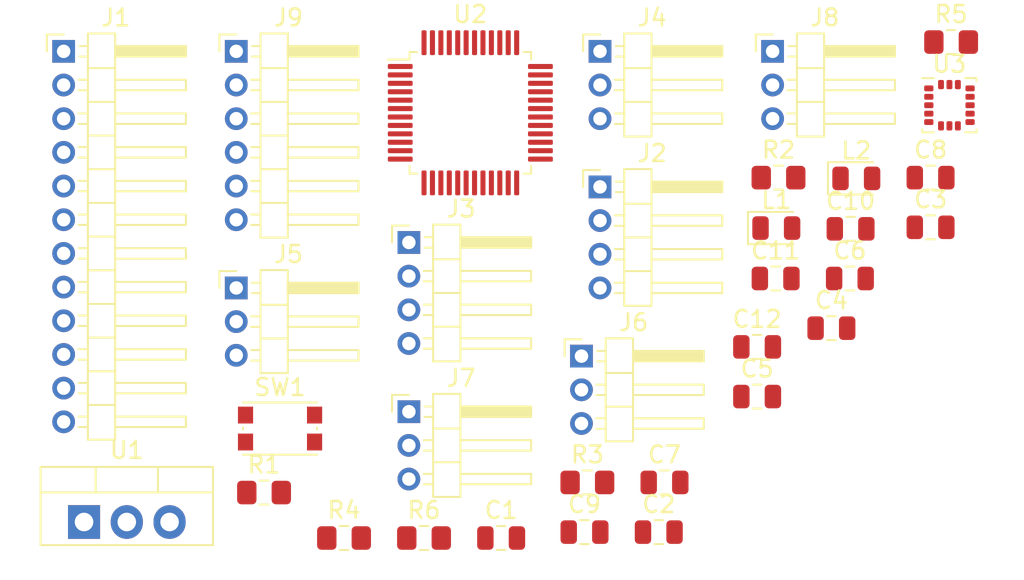
<source format=kicad_pcb>
(kicad_pcb (version 20171130) (host pcbnew 5.1.5+dfsg1-2build2)

  (general
    (thickness 1.6)
    (drawings 0)
    (tracks 0)
    (zones 0)
    (modules 33)
    (nets 56)
  )

  (page A4)
  (layers
    (0 F.Cu signal)
    (31 B.Cu signal)
    (32 B.Adhes user)
    (33 F.Adhes user)
    (34 B.Paste user)
    (35 F.Paste user)
    (36 B.SilkS user)
    (37 F.SilkS user)
    (38 B.Mask user)
    (39 F.Mask user)
    (40 Dwgs.User user)
    (41 Cmts.User user)
    (42 Eco1.User user)
    (43 Eco2.User user)
    (44 Edge.Cuts user)
    (45 Margin user)
    (46 B.CrtYd user)
    (47 F.CrtYd user)
    (48 B.Fab user)
    (49 F.Fab user)
  )

  (setup
    (last_trace_width 0.25)
    (trace_clearance 0.2)
    (zone_clearance 0.508)
    (zone_45_only no)
    (trace_min 0.2)
    (via_size 0.8)
    (via_drill 0.4)
    (via_min_size 0.4)
    (via_min_drill 0.3)
    (uvia_size 0.3)
    (uvia_drill 0.1)
    (uvias_allowed no)
    (uvia_min_size 0.2)
    (uvia_min_drill 0.1)
    (edge_width 0.05)
    (segment_width 0.2)
    (pcb_text_width 0.3)
    (pcb_text_size 1.5 1.5)
    (mod_edge_width 0.12)
    (mod_text_size 1 1)
    (mod_text_width 0.15)
    (pad_size 1.524 1.524)
    (pad_drill 0.762)
    (pad_to_mask_clearance 0.051)
    (solder_mask_min_width 0.25)
    (aux_axis_origin 0 0)
    (visible_elements FFFFFF7F)
    (pcbplotparams
      (layerselection 0x010fc_ffffffff)
      (usegerberextensions false)
      (usegerberattributes false)
      (usegerberadvancedattributes false)
      (creategerberjobfile false)
      (excludeedgelayer true)
      (linewidth 0.100000)
      (plotframeref false)
      (viasonmask false)
      (mode 1)
      (useauxorigin false)
      (hpglpennumber 1)
      (hpglpenspeed 20)
      (hpglpendiameter 15.000000)
      (psnegative false)
      (psa4output false)
      (plotreference true)
      (plotvalue true)
      (plotinvisibletext false)
      (padsonsilk false)
      (subtractmaskfromsilk false)
      (outputformat 1)
      (mirror false)
      (drillshape 1)
      (scaleselection 1)
      (outputdirectory ""))
  )

  (net 0 "")
  (net 1 GND)
  (net 2 +3.3VA)
  (net 3 +5V)
  (net 4 NRST)
  (net 5 "Net-(C10-Pad1)")
  (net 6 "Net-(J1-Pad3)")
  (net 7 "Net-(J1-Pad4)")
  (net 8 "Net-(J1-Pad5)")
  (net 9 "Net-(J1-Pad6)")
  (net 10 "Net-(J1-Pad9)")
  (net 11 "Net-(J1-Pad10)")
  (net 12 "Net-(J1-Pad11)")
  (net 13 "Net-(J1-Pad12)")
  (net 14 I2C2_SCL)
  (net 15 I2C2_SDA)
  (net 16 UART2_RX)
  (net 17 UART2_TX)
  (net 18 PWM1)
  (net 19 PWM2)
  (net 20 PWM3)
  (net 21 PWM4)
  (net 22 PPM_INPUT)
  (net 23 SWDIO)
  (net 24 SWCLK)
  (net 25 SWO)
  (net 26 "Net-(L1-Pad2)")
  (net 27 "Net-(L2-Pad2)")
  (net 28 I2C1_SCL)
  (net 29 I2C1_SDA)
  (net 30 "Net-(U2-Pad1)")
  (net 31 "Net-(U2-Pad2)")
  (net 32 "Net-(U2-Pad3)")
  (net 33 "Net-(U2-Pad4)")
  (net 34 "Net-(U2-Pad5)")
  (net 35 "Net-(U2-Pad6)")
  (net 36 "Net-(U2-Pad10)")
  (net 37 SPI1_NSS)
  (net 38 SPI1_SCK)
  (net 39 SPI1_MISO)
  (net 40 SPI1_MOSI)
  (net 41 "Net-(U2-Pad20)")
  (net 42 SPI2_NSS)
  (net 43 SPI2_SCK)
  (net 44 SPI2_MISO)
  (net 45 SPI2_MOSI)
  (net 46 "Net-(U2-Pad29)")
  (net 47 "Net-(U2-Pad30)")
  (net 48 "Net-(U2-Pad31)")
  (net 49 "Net-(U2-Pad32)")
  (net 50 "Net-(U2-Pad33)")
  (net 51 "Net-(U2-Pad38)")
  (net 52 "Net-(U2-Pad42)")
  (net 53 "Net-(U2-Pad43)")
  (net 54 "Net-(U2-Pad44)")
  (net 55 "Net-(U3-Pad7)")

  (net_class Default "This is the default net class."
    (clearance 0.2)
    (trace_width 0.25)
    (via_dia 0.8)
    (via_drill 0.4)
    (uvia_dia 0.3)
    (uvia_drill 0.1)
    (add_net +3.3VA)
    (add_net +5V)
    (add_net GND)
    (add_net I2C1_SCL)
    (add_net I2C1_SDA)
    (add_net I2C2_SCL)
    (add_net I2C2_SDA)
    (add_net NRST)
    (add_net "Net-(C10-Pad1)")
    (add_net "Net-(J1-Pad10)")
    (add_net "Net-(J1-Pad11)")
    (add_net "Net-(J1-Pad12)")
    (add_net "Net-(J1-Pad3)")
    (add_net "Net-(J1-Pad4)")
    (add_net "Net-(J1-Pad5)")
    (add_net "Net-(J1-Pad6)")
    (add_net "Net-(J1-Pad9)")
    (add_net "Net-(L1-Pad2)")
    (add_net "Net-(L2-Pad2)")
    (add_net "Net-(U2-Pad1)")
    (add_net "Net-(U2-Pad10)")
    (add_net "Net-(U2-Pad2)")
    (add_net "Net-(U2-Pad20)")
    (add_net "Net-(U2-Pad29)")
    (add_net "Net-(U2-Pad3)")
    (add_net "Net-(U2-Pad30)")
    (add_net "Net-(U2-Pad31)")
    (add_net "Net-(U2-Pad32)")
    (add_net "Net-(U2-Pad33)")
    (add_net "Net-(U2-Pad38)")
    (add_net "Net-(U2-Pad4)")
    (add_net "Net-(U2-Pad42)")
    (add_net "Net-(U2-Pad43)")
    (add_net "Net-(U2-Pad44)")
    (add_net "Net-(U2-Pad5)")
    (add_net "Net-(U2-Pad6)")
    (add_net "Net-(U3-Pad7)")
    (add_net PPM_INPUT)
    (add_net PWM1)
    (add_net PWM2)
    (add_net PWM3)
    (add_net PWM4)
    (add_net SPI1_MISO)
    (add_net SPI1_MOSI)
    (add_net SPI1_NSS)
    (add_net SPI1_SCK)
    (add_net SPI2_MISO)
    (add_net SPI2_MOSI)
    (add_net SPI2_NSS)
    (add_net SPI2_SCK)
    (add_net SWCLK)
    (add_net SWDIO)
    (add_net SWO)
    (add_net UART2_RX)
    (add_net UART2_TX)
  )

  (module Capacitor_SMD:C_0805_2012Metric (layer F.Cu) (tedit 5B36C52B) (tstamp 61FE2A4A)
    (at 148.155001 114.245001)
    (descr "Capacitor SMD 0805 (2012 Metric), square (rectangular) end terminal, IPC_7351 nominal, (Body size source: https://docs.google.com/spreadsheets/d/1BsfQQcO9C6DZCsRaXUlFlo91Tg2WpOkGARC1WS5S8t0/edit?usp=sharing), generated with kicad-footprint-generator")
    (tags capacitor)
    (path /617E03AA)
    (attr smd)
    (fp_text reference C1 (at 0 -1.65) (layer F.SilkS)
      (effects (font (size 1 1) (thickness 0.15)))
    )
    (fp_text value 4u7 (at 0 1.65) (layer F.Fab)
      (effects (font (size 1 1) (thickness 0.15)))
    )
    (fp_text user %R (at 0 0) (layer F.Fab)
      (effects (font (size 0.5 0.5) (thickness 0.08)))
    )
    (fp_line (start 1.68 0.95) (end -1.68 0.95) (layer F.CrtYd) (width 0.05))
    (fp_line (start 1.68 -0.95) (end 1.68 0.95) (layer F.CrtYd) (width 0.05))
    (fp_line (start -1.68 -0.95) (end 1.68 -0.95) (layer F.CrtYd) (width 0.05))
    (fp_line (start -1.68 0.95) (end -1.68 -0.95) (layer F.CrtYd) (width 0.05))
    (fp_line (start -0.258578 0.71) (end 0.258578 0.71) (layer F.SilkS) (width 0.12))
    (fp_line (start -0.258578 -0.71) (end 0.258578 -0.71) (layer F.SilkS) (width 0.12))
    (fp_line (start 1 0.6) (end -1 0.6) (layer F.Fab) (width 0.1))
    (fp_line (start 1 -0.6) (end 1 0.6) (layer F.Fab) (width 0.1))
    (fp_line (start -1 -0.6) (end 1 -0.6) (layer F.Fab) (width 0.1))
    (fp_line (start -1 0.6) (end -1 -0.6) (layer F.Fab) (width 0.1))
    (pad 2 smd roundrect (at 0.9375 0) (size 0.975 1.4) (layers F.Cu F.Paste F.Mask) (roundrect_rratio 0.25)
      (net 1 GND))
    (pad 1 smd roundrect (at -0.9375 0) (size 0.975 1.4) (layers F.Cu F.Paste F.Mask) (roundrect_rratio 0.25)
      (net 2 +3.3VA))
    (model ${KISYS3DMOD}/Capacitor_SMD.3dshapes/C_0805_2012Metric.wrl
      (at (xyz 0 0 0))
      (scale (xyz 1 1 1))
      (rotate (xyz 0 0 0))
    )
  )

  (module Capacitor_SMD:C_0805_2012Metric (layer F.Cu) (tedit 5B36C52B) (tstamp 61FE2A5B)
    (at 157.515001 113.895001)
    (descr "Capacitor SMD 0805 (2012 Metric), square (rectangular) end terminal, IPC_7351 nominal, (Body size source: https://docs.google.com/spreadsheets/d/1BsfQQcO9C6DZCsRaXUlFlo91Tg2WpOkGARC1WS5S8t0/edit?usp=sharing), generated with kicad-footprint-generator")
    (tags capacitor)
    (path /617E08A0)
    (attr smd)
    (fp_text reference C2 (at 0 -1.65) (layer F.SilkS)
      (effects (font (size 1 1) (thickness 0.15)))
    )
    (fp_text value 100n (at 0 1.65) (layer F.Fab)
      (effects (font (size 1 1) (thickness 0.15)))
    )
    (fp_text user %R (at 0 0) (layer F.Fab)
      (effects (font (size 0.5 0.5) (thickness 0.08)))
    )
    (fp_line (start 1.68 0.95) (end -1.68 0.95) (layer F.CrtYd) (width 0.05))
    (fp_line (start 1.68 -0.95) (end 1.68 0.95) (layer F.CrtYd) (width 0.05))
    (fp_line (start -1.68 -0.95) (end 1.68 -0.95) (layer F.CrtYd) (width 0.05))
    (fp_line (start -1.68 0.95) (end -1.68 -0.95) (layer F.CrtYd) (width 0.05))
    (fp_line (start -0.258578 0.71) (end 0.258578 0.71) (layer F.SilkS) (width 0.12))
    (fp_line (start -0.258578 -0.71) (end 0.258578 -0.71) (layer F.SilkS) (width 0.12))
    (fp_line (start 1 0.6) (end -1 0.6) (layer F.Fab) (width 0.1))
    (fp_line (start 1 -0.6) (end 1 0.6) (layer F.Fab) (width 0.1))
    (fp_line (start -1 -0.6) (end 1 -0.6) (layer F.Fab) (width 0.1))
    (fp_line (start -1 0.6) (end -1 -0.6) (layer F.Fab) (width 0.1))
    (pad 2 smd roundrect (at 0.9375 0) (size 0.975 1.4) (layers F.Cu F.Paste F.Mask) (roundrect_rratio 0.25)
      (net 1 GND))
    (pad 1 smd roundrect (at -0.9375 0) (size 0.975 1.4) (layers F.Cu F.Paste F.Mask) (roundrect_rratio 0.25)
      (net 2 +3.3VA))
    (model ${KISYS3DMOD}/Capacitor_SMD.3dshapes/C_0805_2012Metric.wrl
      (at (xyz 0 0 0))
      (scale (xyz 1 1 1))
      (rotate (xyz 0 0 0))
    )
  )

  (module Capacitor_SMD:C_0805_2012Metric (layer F.Cu) (tedit 5B36C52B) (tstamp 61FE2A6C)
    (at 173.655001 95.795001)
    (descr "Capacitor SMD 0805 (2012 Metric), square (rectangular) end terminal, IPC_7351 nominal, (Body size source: https://docs.google.com/spreadsheets/d/1BsfQQcO9C6DZCsRaXUlFlo91Tg2WpOkGARC1WS5S8t0/edit?usp=sharing), generated with kicad-footprint-generator")
    (tags capacitor)
    (path /617E1113)
    (attr smd)
    (fp_text reference C3 (at 0 -1.65) (layer F.SilkS)
      (effects (font (size 1 1) (thickness 0.15)))
    )
    (fp_text value 100n (at 0 1.65) (layer F.Fab)
      (effects (font (size 1 1) (thickness 0.15)))
    )
    (fp_line (start -1 0.6) (end -1 -0.6) (layer F.Fab) (width 0.1))
    (fp_line (start -1 -0.6) (end 1 -0.6) (layer F.Fab) (width 0.1))
    (fp_line (start 1 -0.6) (end 1 0.6) (layer F.Fab) (width 0.1))
    (fp_line (start 1 0.6) (end -1 0.6) (layer F.Fab) (width 0.1))
    (fp_line (start -0.258578 -0.71) (end 0.258578 -0.71) (layer F.SilkS) (width 0.12))
    (fp_line (start -0.258578 0.71) (end 0.258578 0.71) (layer F.SilkS) (width 0.12))
    (fp_line (start -1.68 0.95) (end -1.68 -0.95) (layer F.CrtYd) (width 0.05))
    (fp_line (start -1.68 -0.95) (end 1.68 -0.95) (layer F.CrtYd) (width 0.05))
    (fp_line (start 1.68 -0.95) (end 1.68 0.95) (layer F.CrtYd) (width 0.05))
    (fp_line (start 1.68 0.95) (end -1.68 0.95) (layer F.CrtYd) (width 0.05))
    (fp_text user %R (at 0 0) (layer F.Fab)
      (effects (font (size 0.5 0.5) (thickness 0.08)))
    )
    (pad 1 smd roundrect (at -0.9375 0) (size 0.975 1.4) (layers F.Cu F.Paste F.Mask) (roundrect_rratio 0.25)
      (net 2 +3.3VA))
    (pad 2 smd roundrect (at 0.9375 0) (size 0.975 1.4) (layers F.Cu F.Paste F.Mask) (roundrect_rratio 0.25)
      (net 1 GND))
    (model ${KISYS3DMOD}/Capacitor_SMD.3dshapes/C_0805_2012Metric.wrl
      (at (xyz 0 0 0))
      (scale (xyz 1 1 1))
      (rotate (xyz 0 0 0))
    )
  )

  (module Capacitor_SMD:C_0805_2012Metric (layer F.Cu) (tedit 5B36C52B) (tstamp 61FE2A7D)
    (at 167.765001 101.785001)
    (descr "Capacitor SMD 0805 (2012 Metric), square (rectangular) end terminal, IPC_7351 nominal, (Body size source: https://docs.google.com/spreadsheets/d/1BsfQQcO9C6DZCsRaXUlFlo91Tg2WpOkGARC1WS5S8t0/edit?usp=sharing), generated with kicad-footprint-generator")
    (tags capacitor)
    (path /617E1628)
    (attr smd)
    (fp_text reference C4 (at 0 -1.65) (layer F.SilkS)
      (effects (font (size 1 1) (thickness 0.15)))
    )
    (fp_text value 100n (at 0 1.65) (layer F.Fab)
      (effects (font (size 1 1) (thickness 0.15)))
    )
    (fp_text user %R (at 0 0) (layer F.Fab)
      (effects (font (size 0.5 0.5) (thickness 0.08)))
    )
    (fp_line (start 1.68 0.95) (end -1.68 0.95) (layer F.CrtYd) (width 0.05))
    (fp_line (start 1.68 -0.95) (end 1.68 0.95) (layer F.CrtYd) (width 0.05))
    (fp_line (start -1.68 -0.95) (end 1.68 -0.95) (layer F.CrtYd) (width 0.05))
    (fp_line (start -1.68 0.95) (end -1.68 -0.95) (layer F.CrtYd) (width 0.05))
    (fp_line (start -0.258578 0.71) (end 0.258578 0.71) (layer F.SilkS) (width 0.12))
    (fp_line (start -0.258578 -0.71) (end 0.258578 -0.71) (layer F.SilkS) (width 0.12))
    (fp_line (start 1 0.6) (end -1 0.6) (layer F.Fab) (width 0.1))
    (fp_line (start 1 -0.6) (end 1 0.6) (layer F.Fab) (width 0.1))
    (fp_line (start -1 -0.6) (end 1 -0.6) (layer F.Fab) (width 0.1))
    (fp_line (start -1 0.6) (end -1 -0.6) (layer F.Fab) (width 0.1))
    (pad 2 smd roundrect (at 0.9375 0) (size 0.975 1.4) (layers F.Cu F.Paste F.Mask) (roundrect_rratio 0.25)
      (net 1 GND))
    (pad 1 smd roundrect (at -0.9375 0) (size 0.975 1.4) (layers F.Cu F.Paste F.Mask) (roundrect_rratio 0.25)
      (net 2 +3.3VA))
    (model ${KISYS3DMOD}/Capacitor_SMD.3dshapes/C_0805_2012Metric.wrl
      (at (xyz 0 0 0))
      (scale (xyz 1 1 1))
      (rotate (xyz 0 0 0))
    )
  )

  (module Capacitor_SMD:C_0805_2012Metric (layer F.Cu) (tedit 5B36C52B) (tstamp 61FE2A8E)
    (at 163.355001 105.845001)
    (descr "Capacitor SMD 0805 (2012 Metric), square (rectangular) end terminal, IPC_7351 nominal, (Body size source: https://docs.google.com/spreadsheets/d/1BsfQQcO9C6DZCsRaXUlFlo91Tg2WpOkGARC1WS5S8t0/edit?usp=sharing), generated with kicad-footprint-generator")
    (tags capacitor)
    (path /617EC825)
    (attr smd)
    (fp_text reference C5 (at 0 -1.65) (layer F.SilkS)
      (effects (font (size 1 1) (thickness 0.15)))
    )
    (fp_text value 100n (at 0 1.65) (layer F.Fab)
      (effects (font (size 1 1) (thickness 0.15)))
    )
    (fp_text user %R (at 0 0) (layer F.Fab)
      (effects (font (size 0.5 0.5) (thickness 0.08)))
    )
    (fp_line (start 1.68 0.95) (end -1.68 0.95) (layer F.CrtYd) (width 0.05))
    (fp_line (start 1.68 -0.95) (end 1.68 0.95) (layer F.CrtYd) (width 0.05))
    (fp_line (start -1.68 -0.95) (end 1.68 -0.95) (layer F.CrtYd) (width 0.05))
    (fp_line (start -1.68 0.95) (end -1.68 -0.95) (layer F.CrtYd) (width 0.05))
    (fp_line (start -0.258578 0.71) (end 0.258578 0.71) (layer F.SilkS) (width 0.12))
    (fp_line (start -0.258578 -0.71) (end 0.258578 -0.71) (layer F.SilkS) (width 0.12))
    (fp_line (start 1 0.6) (end -1 0.6) (layer F.Fab) (width 0.1))
    (fp_line (start 1 -0.6) (end 1 0.6) (layer F.Fab) (width 0.1))
    (fp_line (start -1 -0.6) (end 1 -0.6) (layer F.Fab) (width 0.1))
    (fp_line (start -1 0.6) (end -1 -0.6) (layer F.Fab) (width 0.1))
    (pad 2 smd roundrect (at 0.9375 0) (size 0.975 1.4) (layers F.Cu F.Paste F.Mask) (roundrect_rratio 0.25)
      (net 1 GND))
    (pad 1 smd roundrect (at -0.9375 0) (size 0.975 1.4) (layers F.Cu F.Paste F.Mask) (roundrect_rratio 0.25)
      (net 2 +3.3VA))
    (model ${KISYS3DMOD}/Capacitor_SMD.3dshapes/C_0805_2012Metric.wrl
      (at (xyz 0 0 0))
      (scale (xyz 1 1 1))
      (rotate (xyz 0 0 0))
    )
  )

  (module Capacitor_SMD:C_0805_2012Metric (layer F.Cu) (tedit 5B36C52B) (tstamp 61FE2A9F)
    (at 168.865001 98.835001)
    (descr "Capacitor SMD 0805 (2012 Metric), square (rectangular) end terminal, IPC_7351 nominal, (Body size source: https://docs.google.com/spreadsheets/d/1BsfQQcO9C6DZCsRaXUlFlo91Tg2WpOkGARC1WS5S8t0/edit?usp=sharing), generated with kicad-footprint-generator")
    (tags capacitor)
    (path /617EBBE7)
    (attr smd)
    (fp_text reference C6 (at 0 -1.65) (layer F.SilkS)
      (effects (font (size 1 1) (thickness 0.15)))
    )
    (fp_text value 1u (at 0 1.65) (layer F.Fab)
      (effects (font (size 1 1) (thickness 0.15)))
    )
    (fp_line (start -1 0.6) (end -1 -0.6) (layer F.Fab) (width 0.1))
    (fp_line (start -1 -0.6) (end 1 -0.6) (layer F.Fab) (width 0.1))
    (fp_line (start 1 -0.6) (end 1 0.6) (layer F.Fab) (width 0.1))
    (fp_line (start 1 0.6) (end -1 0.6) (layer F.Fab) (width 0.1))
    (fp_line (start -0.258578 -0.71) (end 0.258578 -0.71) (layer F.SilkS) (width 0.12))
    (fp_line (start -0.258578 0.71) (end 0.258578 0.71) (layer F.SilkS) (width 0.12))
    (fp_line (start -1.68 0.95) (end -1.68 -0.95) (layer F.CrtYd) (width 0.05))
    (fp_line (start -1.68 -0.95) (end 1.68 -0.95) (layer F.CrtYd) (width 0.05))
    (fp_line (start 1.68 -0.95) (end 1.68 0.95) (layer F.CrtYd) (width 0.05))
    (fp_line (start 1.68 0.95) (end -1.68 0.95) (layer F.CrtYd) (width 0.05))
    (fp_text user %R (at 0 0) (layer F.Fab)
      (effects (font (size 0.5 0.5) (thickness 0.08)))
    )
    (pad 1 smd roundrect (at -0.9375 0) (size 0.975 1.4) (layers F.Cu F.Paste F.Mask) (roundrect_rratio 0.25)
      (net 2 +3.3VA))
    (pad 2 smd roundrect (at 0.9375 0) (size 0.975 1.4) (layers F.Cu F.Paste F.Mask) (roundrect_rratio 0.25)
      (net 1 GND))
    (model ${KISYS3DMOD}/Capacitor_SMD.3dshapes/C_0805_2012Metric.wrl
      (at (xyz 0 0 0))
      (scale (xyz 1 1 1))
      (rotate (xyz 0 0 0))
    )
  )

  (module Capacitor_SMD:C_0805_2012Metric (layer F.Cu) (tedit 5B36C52B) (tstamp 61FE2AB0)
    (at 157.855001 110.945001)
    (descr "Capacitor SMD 0805 (2012 Metric), square (rectangular) end terminal, IPC_7351 nominal, (Body size source: https://docs.google.com/spreadsheets/d/1BsfQQcO9C6DZCsRaXUlFlo91Tg2WpOkGARC1WS5S8t0/edit?usp=sharing), generated with kicad-footprint-generator")
    (tags capacitor)
    (path /619DEB56)
    (attr smd)
    (fp_text reference C7 (at 0 -1.65) (layer F.SilkS)
      (effects (font (size 1 1) (thickness 0.15)))
    )
    (fp_text value 0.1u (at 0 1.65) (layer F.Fab)
      (effects (font (size 1 1) (thickness 0.15)))
    )
    (fp_line (start -1 0.6) (end -1 -0.6) (layer F.Fab) (width 0.1))
    (fp_line (start -1 -0.6) (end 1 -0.6) (layer F.Fab) (width 0.1))
    (fp_line (start 1 -0.6) (end 1 0.6) (layer F.Fab) (width 0.1))
    (fp_line (start 1 0.6) (end -1 0.6) (layer F.Fab) (width 0.1))
    (fp_line (start -0.258578 -0.71) (end 0.258578 -0.71) (layer F.SilkS) (width 0.12))
    (fp_line (start -0.258578 0.71) (end 0.258578 0.71) (layer F.SilkS) (width 0.12))
    (fp_line (start -1.68 0.95) (end -1.68 -0.95) (layer F.CrtYd) (width 0.05))
    (fp_line (start -1.68 -0.95) (end 1.68 -0.95) (layer F.CrtYd) (width 0.05))
    (fp_line (start 1.68 -0.95) (end 1.68 0.95) (layer F.CrtYd) (width 0.05))
    (fp_line (start 1.68 0.95) (end -1.68 0.95) (layer F.CrtYd) (width 0.05))
    (fp_text user %R (at 0 0) (layer F.Fab)
      (effects (font (size 0.5 0.5) (thickness 0.08)))
    )
    (pad 1 smd roundrect (at -0.9375 0) (size 0.975 1.4) (layers F.Cu F.Paste F.Mask) (roundrect_rratio 0.25)
      (net 3 +5V))
    (pad 2 smd roundrect (at 0.9375 0) (size 0.975 1.4) (layers F.Cu F.Paste F.Mask) (roundrect_rratio 0.25)
      (net 1 GND))
    (model ${KISYS3DMOD}/Capacitor_SMD.3dshapes/C_0805_2012Metric.wrl
      (at (xyz 0 0 0))
      (scale (xyz 1 1 1))
      (rotate (xyz 0 0 0))
    )
  )

  (module Capacitor_SMD:C_0805_2012Metric (layer F.Cu) (tedit 5B36C52B) (tstamp 61FE2AC1)
    (at 173.655001 92.845001)
    (descr "Capacitor SMD 0805 (2012 Metric), square (rectangular) end terminal, IPC_7351 nominal, (Body size source: https://docs.google.com/spreadsheets/d/1BsfQQcO9C6DZCsRaXUlFlo91Tg2WpOkGARC1WS5S8t0/edit?usp=sharing), generated with kicad-footprint-generator")
    (tags capacitor)
    (path /619E32BB)
    (attr smd)
    (fp_text reference C8 (at 0 -1.65) (layer F.SilkS)
      (effects (font (size 1 1) (thickness 0.15)))
    )
    (fp_text value 100u (at 0 1.65) (layer F.Fab)
      (effects (font (size 1 1) (thickness 0.15)))
    )
    (fp_text user %R (at 0 0) (layer F.Fab)
      (effects (font (size 0.5 0.5) (thickness 0.08)))
    )
    (fp_line (start 1.68 0.95) (end -1.68 0.95) (layer F.CrtYd) (width 0.05))
    (fp_line (start 1.68 -0.95) (end 1.68 0.95) (layer F.CrtYd) (width 0.05))
    (fp_line (start -1.68 -0.95) (end 1.68 -0.95) (layer F.CrtYd) (width 0.05))
    (fp_line (start -1.68 0.95) (end -1.68 -0.95) (layer F.CrtYd) (width 0.05))
    (fp_line (start -0.258578 0.71) (end 0.258578 0.71) (layer F.SilkS) (width 0.12))
    (fp_line (start -0.258578 -0.71) (end 0.258578 -0.71) (layer F.SilkS) (width 0.12))
    (fp_line (start 1 0.6) (end -1 0.6) (layer F.Fab) (width 0.1))
    (fp_line (start 1 -0.6) (end 1 0.6) (layer F.Fab) (width 0.1))
    (fp_line (start -1 -0.6) (end 1 -0.6) (layer F.Fab) (width 0.1))
    (fp_line (start -1 0.6) (end -1 -0.6) (layer F.Fab) (width 0.1))
    (pad 2 smd roundrect (at 0.9375 0) (size 0.975 1.4) (layers F.Cu F.Paste F.Mask) (roundrect_rratio 0.25)
      (net 1 GND))
    (pad 1 smd roundrect (at -0.9375 0) (size 0.975 1.4) (layers F.Cu F.Paste F.Mask) (roundrect_rratio 0.25)
      (net 2 +3.3VA))
    (model ${KISYS3DMOD}/Capacitor_SMD.3dshapes/C_0805_2012Metric.wrl
      (at (xyz 0 0 0))
      (scale (xyz 1 1 1))
      (rotate (xyz 0 0 0))
    )
  )

  (module Capacitor_SMD:C_0805_2012Metric (layer F.Cu) (tedit 5B36C52B) (tstamp 61FE2AD2)
    (at 153.105001 113.895001)
    (descr "Capacitor SMD 0805 (2012 Metric), square (rectangular) end terminal, IPC_7351 nominal, (Body size source: https://docs.google.com/spreadsheets/d/1BsfQQcO9C6DZCsRaXUlFlo91Tg2WpOkGARC1WS5S8t0/edit?usp=sharing), generated with kicad-footprint-generator")
    (tags capacitor)
    (path /619F8BA0)
    (attr smd)
    (fp_text reference C9 (at 0 -1.65) (layer F.SilkS)
      (effects (font (size 1 1) (thickness 0.15)))
    )
    (fp_text value 0.1u (at 0 1.65) (layer F.Fab)
      (effects (font (size 1 1) (thickness 0.15)))
    )
    (fp_line (start -1 0.6) (end -1 -0.6) (layer F.Fab) (width 0.1))
    (fp_line (start -1 -0.6) (end 1 -0.6) (layer F.Fab) (width 0.1))
    (fp_line (start 1 -0.6) (end 1 0.6) (layer F.Fab) (width 0.1))
    (fp_line (start 1 0.6) (end -1 0.6) (layer F.Fab) (width 0.1))
    (fp_line (start -0.258578 -0.71) (end 0.258578 -0.71) (layer F.SilkS) (width 0.12))
    (fp_line (start -0.258578 0.71) (end 0.258578 0.71) (layer F.SilkS) (width 0.12))
    (fp_line (start -1.68 0.95) (end -1.68 -0.95) (layer F.CrtYd) (width 0.05))
    (fp_line (start -1.68 -0.95) (end 1.68 -0.95) (layer F.CrtYd) (width 0.05))
    (fp_line (start 1.68 -0.95) (end 1.68 0.95) (layer F.CrtYd) (width 0.05))
    (fp_line (start 1.68 0.95) (end -1.68 0.95) (layer F.CrtYd) (width 0.05))
    (fp_text user %R (at 0 0) (layer F.Fab)
      (effects (font (size 0.5 0.5) (thickness 0.08)))
    )
    (pad 1 smd roundrect (at -0.9375 0) (size 0.975 1.4) (layers F.Cu F.Paste F.Mask) (roundrect_rratio 0.25)
      (net 4 NRST))
    (pad 2 smd roundrect (at 0.9375 0) (size 0.975 1.4) (layers F.Cu F.Paste F.Mask) (roundrect_rratio 0.25)
      (net 1 GND))
    (model ${KISYS3DMOD}/Capacitor_SMD.3dshapes/C_0805_2012Metric.wrl
      (at (xyz 0 0 0))
      (scale (xyz 1 1 1))
      (rotate (xyz 0 0 0))
    )
  )

  (module Capacitor_SMD:C_0805_2012Metric (layer F.Cu) (tedit 5B36C52B) (tstamp 61FE2AE3)
    (at 168.905001 95.885001)
    (descr "Capacitor SMD 0805 (2012 Metric), square (rectangular) end terminal, IPC_7351 nominal, (Body size source: https://docs.google.com/spreadsheets/d/1BsfQQcO9C6DZCsRaXUlFlo91Tg2WpOkGARC1WS5S8t0/edit?usp=sharing), generated with kicad-footprint-generator")
    (tags capacitor)
    (path /61D42028)
    (attr smd)
    (fp_text reference C10 (at 0 -1.65) (layer F.SilkS)
      (effects (font (size 1 1) (thickness 0.15)))
    )
    (fp_text value 0.1u (at 0 1.65) (layer F.Fab)
      (effects (font (size 1 1) (thickness 0.15)))
    )
    (fp_line (start -1 0.6) (end -1 -0.6) (layer F.Fab) (width 0.1))
    (fp_line (start -1 -0.6) (end 1 -0.6) (layer F.Fab) (width 0.1))
    (fp_line (start 1 -0.6) (end 1 0.6) (layer F.Fab) (width 0.1))
    (fp_line (start 1 0.6) (end -1 0.6) (layer F.Fab) (width 0.1))
    (fp_line (start -0.258578 -0.71) (end 0.258578 -0.71) (layer F.SilkS) (width 0.12))
    (fp_line (start -0.258578 0.71) (end 0.258578 0.71) (layer F.SilkS) (width 0.12))
    (fp_line (start -1.68 0.95) (end -1.68 -0.95) (layer F.CrtYd) (width 0.05))
    (fp_line (start -1.68 -0.95) (end 1.68 -0.95) (layer F.CrtYd) (width 0.05))
    (fp_line (start 1.68 -0.95) (end 1.68 0.95) (layer F.CrtYd) (width 0.05))
    (fp_line (start 1.68 0.95) (end -1.68 0.95) (layer F.CrtYd) (width 0.05))
    (fp_text user %R (at 0 0) (layer F.Fab)
      (effects (font (size 0.5 0.5) (thickness 0.08)))
    )
    (pad 1 smd roundrect (at -0.9375 0) (size 0.975 1.4) (layers F.Cu F.Paste F.Mask) (roundrect_rratio 0.25)
      (net 5 "Net-(C10-Pad1)"))
    (pad 2 smd roundrect (at 0.9375 0) (size 0.975 1.4) (layers F.Cu F.Paste F.Mask) (roundrect_rratio 0.25)
      (net 1 GND))
    (model ${KISYS3DMOD}/Capacitor_SMD.3dshapes/C_0805_2012Metric.wrl
      (at (xyz 0 0 0))
      (scale (xyz 1 1 1))
      (rotate (xyz 0 0 0))
    )
  )

  (module Capacitor_SMD:C_0805_2012Metric (layer F.Cu) (tedit 5B36C52B) (tstamp 61FE2AF4)
    (at 164.455001 98.835001)
    (descr "Capacitor SMD 0805 (2012 Metric), square (rectangular) end terminal, IPC_7351 nominal, (Body size source: https://docs.google.com/spreadsheets/d/1BsfQQcO9C6DZCsRaXUlFlo91Tg2WpOkGARC1WS5S8t0/edit?usp=sharing), generated with kicad-footprint-generator")
    (tags capacitor)
    (path /61D5C410)
    (attr smd)
    (fp_text reference C11 (at 0 -1.65) (layer F.SilkS)
      (effects (font (size 1 1) (thickness 0.15)))
    )
    (fp_text value 0.1u (at 0 1.65) (layer F.Fab)
      (effects (font (size 1 1) (thickness 0.15)))
    )
    (fp_text user %R (at 0 0) (layer F.Fab)
      (effects (font (size 0.5 0.5) (thickness 0.08)))
    )
    (fp_line (start 1.68 0.95) (end -1.68 0.95) (layer F.CrtYd) (width 0.05))
    (fp_line (start 1.68 -0.95) (end 1.68 0.95) (layer F.CrtYd) (width 0.05))
    (fp_line (start -1.68 -0.95) (end 1.68 -0.95) (layer F.CrtYd) (width 0.05))
    (fp_line (start -1.68 0.95) (end -1.68 -0.95) (layer F.CrtYd) (width 0.05))
    (fp_line (start -0.258578 0.71) (end 0.258578 0.71) (layer F.SilkS) (width 0.12))
    (fp_line (start -0.258578 -0.71) (end 0.258578 -0.71) (layer F.SilkS) (width 0.12))
    (fp_line (start 1 0.6) (end -1 0.6) (layer F.Fab) (width 0.1))
    (fp_line (start 1 -0.6) (end 1 0.6) (layer F.Fab) (width 0.1))
    (fp_line (start -1 -0.6) (end 1 -0.6) (layer F.Fab) (width 0.1))
    (fp_line (start -1 0.6) (end -1 -0.6) (layer F.Fab) (width 0.1))
    (pad 2 smd roundrect (at 0.9375 0) (size 0.975 1.4) (layers F.Cu F.Paste F.Mask) (roundrect_rratio 0.25)
      (net 1 GND))
    (pad 1 smd roundrect (at -0.9375 0) (size 0.975 1.4) (layers F.Cu F.Paste F.Mask) (roundrect_rratio 0.25)
      (net 2 +3.3VA))
    (model ${KISYS3DMOD}/Capacitor_SMD.3dshapes/C_0805_2012Metric.wrl
      (at (xyz 0 0 0))
      (scale (xyz 1 1 1))
      (rotate (xyz 0 0 0))
    )
  )

  (module Capacitor_SMD:C_0805_2012Metric (layer F.Cu) (tedit 5B36C52B) (tstamp 61FE2B05)
    (at 163.355001 102.895001)
    (descr "Capacitor SMD 0805 (2012 Metric), square (rectangular) end terminal, IPC_7351 nominal, (Body size source: https://docs.google.com/spreadsheets/d/1BsfQQcO9C6DZCsRaXUlFlo91Tg2WpOkGARC1WS5S8t0/edit?usp=sharing), generated with kicad-footprint-generator")
    (tags capacitor)
    (path /61D5C69F)
    (attr smd)
    (fp_text reference C12 (at 0 -1.65) (layer F.SilkS)
      (effects (font (size 1 1) (thickness 0.15)))
    )
    (fp_text value 2.2u (at 0 1.65) (layer F.Fab)
      (effects (font (size 1 1) (thickness 0.15)))
    )
    (fp_line (start -1 0.6) (end -1 -0.6) (layer F.Fab) (width 0.1))
    (fp_line (start -1 -0.6) (end 1 -0.6) (layer F.Fab) (width 0.1))
    (fp_line (start 1 -0.6) (end 1 0.6) (layer F.Fab) (width 0.1))
    (fp_line (start 1 0.6) (end -1 0.6) (layer F.Fab) (width 0.1))
    (fp_line (start -0.258578 -0.71) (end 0.258578 -0.71) (layer F.SilkS) (width 0.12))
    (fp_line (start -0.258578 0.71) (end 0.258578 0.71) (layer F.SilkS) (width 0.12))
    (fp_line (start -1.68 0.95) (end -1.68 -0.95) (layer F.CrtYd) (width 0.05))
    (fp_line (start -1.68 -0.95) (end 1.68 -0.95) (layer F.CrtYd) (width 0.05))
    (fp_line (start 1.68 -0.95) (end 1.68 0.95) (layer F.CrtYd) (width 0.05))
    (fp_line (start 1.68 0.95) (end -1.68 0.95) (layer F.CrtYd) (width 0.05))
    (fp_text user %R (at 0 0) (layer F.Fab)
      (effects (font (size 0.5 0.5) (thickness 0.08)))
    )
    (pad 1 smd roundrect (at -0.9375 0) (size 0.975 1.4) (layers F.Cu F.Paste F.Mask) (roundrect_rratio 0.25)
      (net 2 +3.3VA))
    (pad 2 smd roundrect (at 0.9375 0) (size 0.975 1.4) (layers F.Cu F.Paste F.Mask) (roundrect_rratio 0.25)
      (net 1 GND))
    (model ${KISYS3DMOD}/Capacitor_SMD.3dshapes/C_0805_2012Metric.wrl
      (at (xyz 0 0 0))
      (scale (xyz 1 1 1))
      (rotate (xyz 0 0 0))
    )
  )

  (module Connector_PinHeader_2.00mm:PinHeader_1x12_P2.00mm_Horizontal (layer F.Cu) (tedit 59FED667) (tstamp 61FE2BB9)
    (at 122.175001 85.345001)
    (descr "Through hole angled pin header, 1x12, 2.00mm pitch, 4.2mm pin length, single row")
    (tags "Through hole angled pin header THT 1x12 2.00mm single row")
    (path /61DA72CF)
    (fp_text reference J1 (at 3.1 -2) (layer F.SilkS)
      (effects (font (size 1 1) (thickness 0.15)))
    )
    (fp_text value Conn_01x12_Male (at 3.1 24) (layer F.Fab)
      (effects (font (size 1 1) (thickness 0.15)))
    )
    (fp_line (start 1.875 -1) (end 3 -1) (layer F.Fab) (width 0.1))
    (fp_line (start 3 -1) (end 3 23) (layer F.Fab) (width 0.1))
    (fp_line (start 3 23) (end 1.5 23) (layer F.Fab) (width 0.1))
    (fp_line (start 1.5 23) (end 1.5 -0.625) (layer F.Fab) (width 0.1))
    (fp_line (start 1.5 -0.625) (end 1.875 -1) (layer F.Fab) (width 0.1))
    (fp_line (start -0.25 -0.25) (end 1.5 -0.25) (layer F.Fab) (width 0.1))
    (fp_line (start -0.25 -0.25) (end -0.25 0.25) (layer F.Fab) (width 0.1))
    (fp_line (start -0.25 0.25) (end 1.5 0.25) (layer F.Fab) (width 0.1))
    (fp_line (start 3 -0.25) (end 7.2 -0.25) (layer F.Fab) (width 0.1))
    (fp_line (start 7.2 -0.25) (end 7.2 0.25) (layer F.Fab) (width 0.1))
    (fp_line (start 3 0.25) (end 7.2 0.25) (layer F.Fab) (width 0.1))
    (fp_line (start -0.25 1.75) (end 1.5 1.75) (layer F.Fab) (width 0.1))
    (fp_line (start -0.25 1.75) (end -0.25 2.25) (layer F.Fab) (width 0.1))
    (fp_line (start -0.25 2.25) (end 1.5 2.25) (layer F.Fab) (width 0.1))
    (fp_line (start 3 1.75) (end 7.2 1.75) (layer F.Fab) (width 0.1))
    (fp_line (start 7.2 1.75) (end 7.2 2.25) (layer F.Fab) (width 0.1))
    (fp_line (start 3 2.25) (end 7.2 2.25) (layer F.Fab) (width 0.1))
    (fp_line (start -0.25 3.75) (end 1.5 3.75) (layer F.Fab) (width 0.1))
    (fp_line (start -0.25 3.75) (end -0.25 4.25) (layer F.Fab) (width 0.1))
    (fp_line (start -0.25 4.25) (end 1.5 4.25) (layer F.Fab) (width 0.1))
    (fp_line (start 3 3.75) (end 7.2 3.75) (layer F.Fab) (width 0.1))
    (fp_line (start 7.2 3.75) (end 7.2 4.25) (layer F.Fab) (width 0.1))
    (fp_line (start 3 4.25) (end 7.2 4.25) (layer F.Fab) (width 0.1))
    (fp_line (start -0.25 5.75) (end 1.5 5.75) (layer F.Fab) (width 0.1))
    (fp_line (start -0.25 5.75) (end -0.25 6.25) (layer F.Fab) (width 0.1))
    (fp_line (start -0.25 6.25) (end 1.5 6.25) (layer F.Fab) (width 0.1))
    (fp_line (start 3 5.75) (end 7.2 5.75) (layer F.Fab) (width 0.1))
    (fp_line (start 7.2 5.75) (end 7.2 6.25) (layer F.Fab) (width 0.1))
    (fp_line (start 3 6.25) (end 7.2 6.25) (layer F.Fab) (width 0.1))
    (fp_line (start -0.25 7.75) (end 1.5 7.75) (layer F.Fab) (width 0.1))
    (fp_line (start -0.25 7.75) (end -0.25 8.25) (layer F.Fab) (width 0.1))
    (fp_line (start -0.25 8.25) (end 1.5 8.25) (layer F.Fab) (width 0.1))
    (fp_line (start 3 7.75) (end 7.2 7.75) (layer F.Fab) (width 0.1))
    (fp_line (start 7.2 7.75) (end 7.2 8.25) (layer F.Fab) (width 0.1))
    (fp_line (start 3 8.25) (end 7.2 8.25) (layer F.Fab) (width 0.1))
    (fp_line (start -0.25 9.75) (end 1.5 9.75) (layer F.Fab) (width 0.1))
    (fp_line (start -0.25 9.75) (end -0.25 10.25) (layer F.Fab) (width 0.1))
    (fp_line (start -0.25 10.25) (end 1.5 10.25) (layer F.Fab) (width 0.1))
    (fp_line (start 3 9.75) (end 7.2 9.75) (layer F.Fab) (width 0.1))
    (fp_line (start 7.2 9.75) (end 7.2 10.25) (layer F.Fab) (width 0.1))
    (fp_line (start 3 10.25) (end 7.2 10.25) (layer F.Fab) (width 0.1))
    (fp_line (start -0.25 11.75) (end 1.5 11.75) (layer F.Fab) (width 0.1))
    (fp_line (start -0.25 11.75) (end -0.25 12.25) (layer F.Fab) (width 0.1))
    (fp_line (start -0.25 12.25) (end 1.5 12.25) (layer F.Fab) (width 0.1))
    (fp_line (start 3 11.75) (end 7.2 11.75) (layer F.Fab) (width 0.1))
    (fp_line (start 7.2 11.75) (end 7.2 12.25) (layer F.Fab) (width 0.1))
    (fp_line (start 3 12.25) (end 7.2 12.25) (layer F.Fab) (width 0.1))
    (fp_line (start -0.25 13.75) (end 1.5 13.75) (layer F.Fab) (width 0.1))
    (fp_line (start -0.25 13.75) (end -0.25 14.25) (layer F.Fab) (width 0.1))
    (fp_line (start -0.25 14.25) (end 1.5 14.25) (layer F.Fab) (width 0.1))
    (fp_line (start 3 13.75) (end 7.2 13.75) (layer F.Fab) (width 0.1))
    (fp_line (start 7.2 13.75) (end 7.2 14.25) (layer F.Fab) (width 0.1))
    (fp_line (start 3 14.25) (end 7.2 14.25) (layer F.Fab) (width 0.1))
    (fp_line (start -0.25 15.75) (end 1.5 15.75) (layer F.Fab) (width 0.1))
    (fp_line (start -0.25 15.75) (end -0.25 16.25) (layer F.Fab) (width 0.1))
    (fp_line (start -0.25 16.25) (end 1.5 16.25) (layer F.Fab) (width 0.1))
    (fp_line (start 3 15.75) (end 7.2 15.75) (layer F.Fab) (width 0.1))
    (fp_line (start 7.2 15.75) (end 7.2 16.25) (layer F.Fab) (width 0.1))
    (fp_line (start 3 16.25) (end 7.2 16.25) (layer F.Fab) (width 0.1))
    (fp_line (start -0.25 17.75) (end 1.5 17.75) (layer F.Fab) (width 0.1))
    (fp_line (start -0.25 17.75) (end -0.25 18.25) (layer F.Fab) (width 0.1))
    (fp_line (start -0.25 18.25) (end 1.5 18.25) (layer F.Fab) (width 0.1))
    (fp_line (start 3 17.75) (end 7.2 17.75) (layer F.Fab) (width 0.1))
    (fp_line (start 7.2 17.75) (end 7.2 18.25) (layer F.Fab) (width 0.1))
    (fp_line (start 3 18.25) (end 7.2 18.25) (layer F.Fab) (width 0.1))
    (fp_line (start -0.25 19.75) (end 1.5 19.75) (layer F.Fab) (width 0.1))
    (fp_line (start -0.25 19.75) (end -0.25 20.25) (layer F.Fab) (width 0.1))
    (fp_line (start -0.25 20.25) (end 1.5 20.25) (layer F.Fab) (width 0.1))
    (fp_line (start 3 19.75) (end 7.2 19.75) (layer F.Fab) (width 0.1))
    (fp_line (start 7.2 19.75) (end 7.2 20.25) (layer F.Fab) (width 0.1))
    (fp_line (start 3 20.25) (end 7.2 20.25) (layer F.Fab) (width 0.1))
    (fp_line (start -0.25 21.75) (end 1.5 21.75) (layer F.Fab) (width 0.1))
    (fp_line (start -0.25 21.75) (end -0.25 22.25) (layer F.Fab) (width 0.1))
    (fp_line (start -0.25 22.25) (end 1.5 22.25) (layer F.Fab) (width 0.1))
    (fp_line (start 3 21.75) (end 7.2 21.75) (layer F.Fab) (width 0.1))
    (fp_line (start 7.2 21.75) (end 7.2 22.25) (layer F.Fab) (width 0.1))
    (fp_line (start 3 22.25) (end 7.2 22.25) (layer F.Fab) (width 0.1))
    (fp_line (start 1.44 -1.06) (end 1.44 23.06) (layer F.SilkS) (width 0.12))
    (fp_line (start 1.44 23.06) (end 3.06 23.06) (layer F.SilkS) (width 0.12))
    (fp_line (start 3.06 23.06) (end 3.06 -1.06) (layer F.SilkS) (width 0.12))
    (fp_line (start 3.06 -1.06) (end 1.44 -1.06) (layer F.SilkS) (width 0.12))
    (fp_line (start 3.06 -0.31) (end 7.26 -0.31) (layer F.SilkS) (width 0.12))
    (fp_line (start 7.26 -0.31) (end 7.26 0.31) (layer F.SilkS) (width 0.12))
    (fp_line (start 7.26 0.31) (end 3.06 0.31) (layer F.SilkS) (width 0.12))
    (fp_line (start 3.06 -0.25) (end 7.26 -0.25) (layer F.SilkS) (width 0.12))
    (fp_line (start 3.06 -0.13) (end 7.26 -0.13) (layer F.SilkS) (width 0.12))
    (fp_line (start 3.06 -0.01) (end 7.26 -0.01) (layer F.SilkS) (width 0.12))
    (fp_line (start 3.06 0.11) (end 7.26 0.11) (layer F.SilkS) (width 0.12))
    (fp_line (start 3.06 0.23) (end 7.26 0.23) (layer F.SilkS) (width 0.12))
    (fp_line (start 0.935 -0.31) (end 1.44 -0.31) (layer F.SilkS) (width 0.12))
    (fp_line (start 0.935 0.31) (end 1.44 0.31) (layer F.SilkS) (width 0.12))
    (fp_line (start 1.44 1) (end 3.06 1) (layer F.SilkS) (width 0.12))
    (fp_line (start 3.06 1.69) (end 7.26 1.69) (layer F.SilkS) (width 0.12))
    (fp_line (start 7.26 1.69) (end 7.26 2.31) (layer F.SilkS) (width 0.12))
    (fp_line (start 7.26 2.31) (end 3.06 2.31) (layer F.SilkS) (width 0.12))
    (fp_line (start 0.882114 1.69) (end 1.44 1.69) (layer F.SilkS) (width 0.12))
    (fp_line (start 0.882114 2.31) (end 1.44 2.31) (layer F.SilkS) (width 0.12))
    (fp_line (start 1.44 3) (end 3.06 3) (layer F.SilkS) (width 0.12))
    (fp_line (start 3.06 3.69) (end 7.26 3.69) (layer F.SilkS) (width 0.12))
    (fp_line (start 7.26 3.69) (end 7.26 4.31) (layer F.SilkS) (width 0.12))
    (fp_line (start 7.26 4.31) (end 3.06 4.31) (layer F.SilkS) (width 0.12))
    (fp_line (start 0.882114 3.69) (end 1.44 3.69) (layer F.SilkS) (width 0.12))
    (fp_line (start 0.882114 4.31) (end 1.44 4.31) (layer F.SilkS) (width 0.12))
    (fp_line (start 1.44 5) (end 3.06 5) (layer F.SilkS) (width 0.12))
    (fp_line (start 3.06 5.69) (end 7.26 5.69) (layer F.SilkS) (width 0.12))
    (fp_line (start 7.26 5.69) (end 7.26 6.31) (layer F.SilkS) (width 0.12))
    (fp_line (start 7.26 6.31) (end 3.06 6.31) (layer F.SilkS) (width 0.12))
    (fp_line (start 0.882114 5.69) (end 1.44 5.69) (layer F.SilkS) (width 0.12))
    (fp_line (start 0.882114 6.31) (end 1.44 6.31) (layer F.SilkS) (width 0.12))
    (fp_line (start 1.44 7) (end 3.06 7) (layer F.SilkS) (width 0.12))
    (fp_line (start 3.06 7.69) (end 7.26 7.69) (layer F.SilkS) (width 0.12))
    (fp_line (start 7.26 7.69) (end 7.26 8.31) (layer F.SilkS) (width 0.12))
    (fp_line (start 7.26 8.31) (end 3.06 8.31) (layer F.SilkS) (width 0.12))
    (fp_line (start 0.882114 7.69) (end 1.44 7.69) (layer F.SilkS) (width 0.12))
    (fp_line (start 0.882114 8.31) (end 1.44 8.31) (layer F.SilkS) (width 0.12))
    (fp_line (start 1.44 9) (end 3.06 9) (layer F.SilkS) (width 0.12))
    (fp_line (start 3.06 9.69) (end 7.26 9.69) (layer F.SilkS) (width 0.12))
    (fp_line (start 7.26 9.69) (end 7.26 10.31) (layer F.SilkS) (width 0.12))
    (fp_line (start 7.26 10.31) (end 3.06 10.31) (layer F.SilkS) (width 0.12))
    (fp_line (start 0.882114 9.69) (end 1.44 9.69) (layer F.SilkS) (width 0.12))
    (fp_line (start 0.882114 10.31) (end 1.44 10.31) (layer F.SilkS) (width 0.12))
    (fp_line (start 1.44 11) (end 3.06 11) (layer F.SilkS) (width 0.12))
    (fp_line (start 3.06 11.69) (end 7.26 11.69) (layer F.SilkS) (width 0.12))
    (fp_line (start 7.26 11.69) (end 7.26 12.31) (layer F.SilkS) (width 0.12))
    (fp_line (start 7.26 12.31) (end 3.06 12.31) (layer F.SilkS) (width 0.12))
    (fp_line (start 0.882114 11.69) (end 1.44 11.69) (layer F.SilkS) (width 0.12))
    (fp_line (start 0.882114 12.31) (end 1.44 12.31) (layer F.SilkS) (width 0.12))
    (fp_line (start 1.44 13) (end 3.06 13) (layer F.SilkS) (width 0.12))
    (fp_line (start 3.06 13.69) (end 7.26 13.69) (layer F.SilkS) (width 0.12))
    (fp_line (start 7.26 13.69) (end 7.26 14.31) (layer F.SilkS) (width 0.12))
    (fp_line (start 7.26 14.31) (end 3.06 14.31) (layer F.SilkS) (width 0.12))
    (fp_line (start 0.882114 13.69) (end 1.44 13.69) (layer F.SilkS) (width 0.12))
    (fp_line (start 0.882114 14.31) (end 1.44 14.31) (layer F.SilkS) (width 0.12))
    (fp_line (start 1.44 15) (end 3.06 15) (layer F.SilkS) (width 0.12))
    (fp_line (start 3.06 15.69) (end 7.26 15.69) (layer F.SilkS) (width 0.12))
    (fp_line (start 7.26 15.69) (end 7.26 16.31) (layer F.SilkS) (width 0.12))
    (fp_line (start 7.26 16.31) (end 3.06 16.31) (layer F.SilkS) (width 0.12))
    (fp_line (start 0.882114 15.69) (end 1.44 15.69) (layer F.SilkS) (width 0.12))
    (fp_line (start 0.882114 16.31) (end 1.44 16.31) (layer F.SilkS) (width 0.12))
    (fp_line (start 1.44 17) (end 3.06 17) (layer F.SilkS) (width 0.12))
    (fp_line (start 3.06 17.69) (end 7.26 17.69) (layer F.SilkS) (width 0.12))
    (fp_line (start 7.26 17.69) (end 7.26 18.31) (layer F.SilkS) (width 0.12))
    (fp_line (start 7.26 18.31) (end 3.06 18.31) (layer F.SilkS) (width 0.12))
    (fp_line (start 0.882114 17.69) (end 1.44 17.69) (layer F.SilkS) (width 0.12))
    (fp_line (start 0.882114 18.31) (end 1.44 18.31) (layer F.SilkS) (width 0.12))
    (fp_line (start 1.44 19) (end 3.06 19) (layer F.SilkS) (width 0.12))
    (fp_line (start 3.06 19.69) (end 7.26 19.69) (layer F.SilkS) (width 0.12))
    (fp_line (start 7.26 19.69) (end 7.26 20.31) (layer F.SilkS) (width 0.12))
    (fp_line (start 7.26 20.31) (end 3.06 20.31) (layer F.SilkS) (width 0.12))
    (fp_line (start 0.882114 19.69) (end 1.44 19.69) (layer F.SilkS) (width 0.12))
    (fp_line (start 0.882114 20.31) (end 1.44 20.31) (layer F.SilkS) (width 0.12))
    (fp_line (start 1.44 21) (end 3.06 21) (layer F.SilkS) (width 0.12))
    (fp_line (start 3.06 21.69) (end 7.26 21.69) (layer F.SilkS) (width 0.12))
    (fp_line (start 7.26 21.69) (end 7.26 22.31) (layer F.SilkS) (width 0.12))
    (fp_line (start 7.26 22.31) (end 3.06 22.31) (layer F.SilkS) (width 0.12))
    (fp_line (start 0.882114 21.69) (end 1.44 21.69) (layer F.SilkS) (width 0.12))
    (fp_line (start 0.882114 22.31) (end 1.44 22.31) (layer F.SilkS) (width 0.12))
    (fp_line (start -1 0) (end -1 -1) (layer F.SilkS) (width 0.12))
    (fp_line (start -1 -1) (end 0 -1) (layer F.SilkS) (width 0.12))
    (fp_line (start -1.5 -1.5) (end -1.5 23.5) (layer F.CrtYd) (width 0.05))
    (fp_line (start -1.5 23.5) (end 7.7 23.5) (layer F.CrtYd) (width 0.05))
    (fp_line (start 7.7 23.5) (end 7.7 -1.5) (layer F.CrtYd) (width 0.05))
    (fp_line (start 7.7 -1.5) (end -1.5 -1.5) (layer F.CrtYd) (width 0.05))
    (fp_text user %R (at 2.25 11 90) (layer F.Fab)
      (effects (font (size 0.9 0.9) (thickness 0.135)))
    )
    (pad 1 thru_hole rect (at 0 0) (size 1.35 1.35) (drill 0.8) (layers *.Cu *.Mask)
      (net 2 +3.3VA))
    (pad 2 thru_hole oval (at 0 2) (size 1.35 1.35) (drill 0.8) (layers *.Cu *.Mask)
      (net 1 GND))
    (pad 3 thru_hole oval (at 0 4) (size 1.35 1.35) (drill 0.8) (layers *.Cu *.Mask)
      (net 6 "Net-(J1-Pad3)"))
    (pad 4 thru_hole oval (at 0 6) (size 1.35 1.35) (drill 0.8) (layers *.Cu *.Mask)
      (net 7 "Net-(J1-Pad4)"))
    (pad 5 thru_hole oval (at 0 8) (size 1.35 1.35) (drill 0.8) (layers *.Cu *.Mask)
      (net 8 "Net-(J1-Pad5)"))
    (pad 6 thru_hole oval (at 0 10) (size 1.35 1.35) (drill 0.8) (layers *.Cu *.Mask)
      (net 9 "Net-(J1-Pad6)"))
    (pad 7 thru_hole oval (at 0 12) (size 1.35 1.35) (drill 0.8) (layers *.Cu *.Mask)
      (net 2 +3.3VA))
    (pad 8 thru_hole oval (at 0 14) (size 1.35 1.35) (drill 0.8) (layers *.Cu *.Mask)
      (net 1 GND))
    (pad 9 thru_hole oval (at 0 16) (size 1.35 1.35) (drill 0.8) (layers *.Cu *.Mask)
      (net 10 "Net-(J1-Pad9)"))
    (pad 10 thru_hole oval (at 0 18) (size 1.35 1.35) (drill 0.8) (layers *.Cu *.Mask)
      (net 11 "Net-(J1-Pad10)"))
    (pad 11 thru_hole oval (at 0 20) (size 1.35 1.35) (drill 0.8) (layers *.Cu *.Mask)
      (net 12 "Net-(J1-Pad11)"))
    (pad 12 thru_hole oval (at 0 22) (size 1.35 1.35) (drill 0.8) (layers *.Cu *.Mask)
      (net 13 "Net-(J1-Pad12)"))
    (model ${KISYS3DMOD}/Connector_PinHeader_2.00mm.3dshapes/PinHeader_1x12_P2.00mm_Horizontal.wrl
      (at (xyz 0 0 0))
      (scale (xyz 1 1 1))
      (rotate (xyz 0 0 0))
    )
  )

  (module Connector_PinHeader_2.00mm:PinHeader_1x04_P2.00mm_Horizontal (layer F.Cu) (tedit 59FED667) (tstamp 61FE2C05)
    (at 154.025001 93.395001)
    (descr "Through hole angled pin header, 1x04, 2.00mm pitch, 4.2mm pin length, single row")
    (tags "Through hole angled pin header THT 1x04 2.00mm single row")
    (path /61B9735C)
    (fp_text reference J2 (at 3.1 -2) (layer F.SilkS)
      (effects (font (size 1 1) (thickness 0.15)))
    )
    (fp_text value Conn_01x04_Male (at 3.1 8) (layer F.Fab)
      (effects (font (size 1 1) (thickness 0.15)))
    )
    (fp_line (start 1.875 -1) (end 3 -1) (layer F.Fab) (width 0.1))
    (fp_line (start 3 -1) (end 3 7) (layer F.Fab) (width 0.1))
    (fp_line (start 3 7) (end 1.5 7) (layer F.Fab) (width 0.1))
    (fp_line (start 1.5 7) (end 1.5 -0.625) (layer F.Fab) (width 0.1))
    (fp_line (start 1.5 -0.625) (end 1.875 -1) (layer F.Fab) (width 0.1))
    (fp_line (start -0.25 -0.25) (end 1.5 -0.25) (layer F.Fab) (width 0.1))
    (fp_line (start -0.25 -0.25) (end -0.25 0.25) (layer F.Fab) (width 0.1))
    (fp_line (start -0.25 0.25) (end 1.5 0.25) (layer F.Fab) (width 0.1))
    (fp_line (start 3 -0.25) (end 7.2 -0.25) (layer F.Fab) (width 0.1))
    (fp_line (start 7.2 -0.25) (end 7.2 0.25) (layer F.Fab) (width 0.1))
    (fp_line (start 3 0.25) (end 7.2 0.25) (layer F.Fab) (width 0.1))
    (fp_line (start -0.25 1.75) (end 1.5 1.75) (layer F.Fab) (width 0.1))
    (fp_line (start -0.25 1.75) (end -0.25 2.25) (layer F.Fab) (width 0.1))
    (fp_line (start -0.25 2.25) (end 1.5 2.25) (layer F.Fab) (width 0.1))
    (fp_line (start 3 1.75) (end 7.2 1.75) (layer F.Fab) (width 0.1))
    (fp_line (start 7.2 1.75) (end 7.2 2.25) (layer F.Fab) (width 0.1))
    (fp_line (start 3 2.25) (end 7.2 2.25) (layer F.Fab) (width 0.1))
    (fp_line (start -0.25 3.75) (end 1.5 3.75) (layer F.Fab) (width 0.1))
    (fp_line (start -0.25 3.75) (end -0.25 4.25) (layer F.Fab) (width 0.1))
    (fp_line (start -0.25 4.25) (end 1.5 4.25) (layer F.Fab) (width 0.1))
    (fp_line (start 3 3.75) (end 7.2 3.75) (layer F.Fab) (width 0.1))
    (fp_line (start 7.2 3.75) (end 7.2 4.25) (layer F.Fab) (width 0.1))
    (fp_line (start 3 4.25) (end 7.2 4.25) (layer F.Fab) (width 0.1))
    (fp_line (start -0.25 5.75) (end 1.5 5.75) (layer F.Fab) (width 0.1))
    (fp_line (start -0.25 5.75) (end -0.25 6.25) (layer F.Fab) (width 0.1))
    (fp_line (start -0.25 6.25) (end 1.5 6.25) (layer F.Fab) (width 0.1))
    (fp_line (start 3 5.75) (end 7.2 5.75) (layer F.Fab) (width 0.1))
    (fp_line (start 7.2 5.75) (end 7.2 6.25) (layer F.Fab) (width 0.1))
    (fp_line (start 3 6.25) (end 7.2 6.25) (layer F.Fab) (width 0.1))
    (fp_line (start 1.44 -1.06) (end 1.44 7.06) (layer F.SilkS) (width 0.12))
    (fp_line (start 1.44 7.06) (end 3.06 7.06) (layer F.SilkS) (width 0.12))
    (fp_line (start 3.06 7.06) (end 3.06 -1.06) (layer F.SilkS) (width 0.12))
    (fp_line (start 3.06 -1.06) (end 1.44 -1.06) (layer F.SilkS) (width 0.12))
    (fp_line (start 3.06 -0.31) (end 7.26 -0.31) (layer F.SilkS) (width 0.12))
    (fp_line (start 7.26 -0.31) (end 7.26 0.31) (layer F.SilkS) (width 0.12))
    (fp_line (start 7.26 0.31) (end 3.06 0.31) (layer F.SilkS) (width 0.12))
    (fp_line (start 3.06 -0.25) (end 7.26 -0.25) (layer F.SilkS) (width 0.12))
    (fp_line (start 3.06 -0.13) (end 7.26 -0.13) (layer F.SilkS) (width 0.12))
    (fp_line (start 3.06 -0.01) (end 7.26 -0.01) (layer F.SilkS) (width 0.12))
    (fp_line (start 3.06 0.11) (end 7.26 0.11) (layer F.SilkS) (width 0.12))
    (fp_line (start 3.06 0.23) (end 7.26 0.23) (layer F.SilkS) (width 0.12))
    (fp_line (start 0.935 -0.31) (end 1.44 -0.31) (layer F.SilkS) (width 0.12))
    (fp_line (start 0.935 0.31) (end 1.44 0.31) (layer F.SilkS) (width 0.12))
    (fp_line (start 1.44 1) (end 3.06 1) (layer F.SilkS) (width 0.12))
    (fp_line (start 3.06 1.69) (end 7.26 1.69) (layer F.SilkS) (width 0.12))
    (fp_line (start 7.26 1.69) (end 7.26 2.31) (layer F.SilkS) (width 0.12))
    (fp_line (start 7.26 2.31) (end 3.06 2.31) (layer F.SilkS) (width 0.12))
    (fp_line (start 0.882114 1.69) (end 1.44 1.69) (layer F.SilkS) (width 0.12))
    (fp_line (start 0.882114 2.31) (end 1.44 2.31) (layer F.SilkS) (width 0.12))
    (fp_line (start 1.44 3) (end 3.06 3) (layer F.SilkS) (width 0.12))
    (fp_line (start 3.06 3.69) (end 7.26 3.69) (layer F.SilkS) (width 0.12))
    (fp_line (start 7.26 3.69) (end 7.26 4.31) (layer F.SilkS) (width 0.12))
    (fp_line (start 7.26 4.31) (end 3.06 4.31) (layer F.SilkS) (width 0.12))
    (fp_line (start 0.882114 3.69) (end 1.44 3.69) (layer F.SilkS) (width 0.12))
    (fp_line (start 0.882114 4.31) (end 1.44 4.31) (layer F.SilkS) (width 0.12))
    (fp_line (start 1.44 5) (end 3.06 5) (layer F.SilkS) (width 0.12))
    (fp_line (start 3.06 5.69) (end 7.26 5.69) (layer F.SilkS) (width 0.12))
    (fp_line (start 7.26 5.69) (end 7.26 6.31) (layer F.SilkS) (width 0.12))
    (fp_line (start 7.26 6.31) (end 3.06 6.31) (layer F.SilkS) (width 0.12))
    (fp_line (start 0.882114 5.69) (end 1.44 5.69) (layer F.SilkS) (width 0.12))
    (fp_line (start 0.882114 6.31) (end 1.44 6.31) (layer F.SilkS) (width 0.12))
    (fp_line (start -1 0) (end -1 -1) (layer F.SilkS) (width 0.12))
    (fp_line (start -1 -1) (end 0 -1) (layer F.SilkS) (width 0.12))
    (fp_line (start -1.5 -1.5) (end -1.5 7.5) (layer F.CrtYd) (width 0.05))
    (fp_line (start -1.5 7.5) (end 7.7 7.5) (layer F.CrtYd) (width 0.05))
    (fp_line (start 7.7 7.5) (end 7.7 -1.5) (layer F.CrtYd) (width 0.05))
    (fp_line (start 7.7 -1.5) (end -1.5 -1.5) (layer F.CrtYd) (width 0.05))
    (fp_text user %R (at 2.25 3 90) (layer F.Fab)
      (effects (font (size 0.9 0.9) (thickness 0.135)))
    )
    (pad 1 thru_hole rect (at 0 0) (size 1.35 1.35) (drill 0.8) (layers *.Cu *.Mask)
      (net 2 +3.3VA))
    (pad 2 thru_hole oval (at 0 2) (size 1.35 1.35) (drill 0.8) (layers *.Cu *.Mask)
      (net 1 GND))
    (pad 3 thru_hole oval (at 0 4) (size 1.35 1.35) (drill 0.8) (layers *.Cu *.Mask)
      (net 14 I2C2_SCL))
    (pad 4 thru_hole oval (at 0 6) (size 1.35 1.35) (drill 0.8) (layers *.Cu *.Mask)
      (net 15 I2C2_SDA))
    (model ${KISYS3DMOD}/Connector_PinHeader_2.00mm.3dshapes/PinHeader_1x04_P2.00mm_Horizontal.wrl
      (at (xyz 0 0 0))
      (scale (xyz 1 1 1))
      (rotate (xyz 0 0 0))
    )
  )

  (module Connector_PinHeader_2.00mm:PinHeader_1x04_P2.00mm_Horizontal (layer F.Cu) (tedit 59FED667) (tstamp 61FE2C51)
    (at 142.675001 96.695001)
    (descr "Through hole angled pin header, 1x04, 2.00mm pitch, 4.2mm pin length, single row")
    (tags "Through hole angled pin header THT 1x04 2.00mm single row")
    (path /6182100C)
    (fp_text reference J3 (at 3.1 -2) (layer F.SilkS)
      (effects (font (size 1 1) (thickness 0.15)))
    )
    (fp_text value Conn_01x04_Male (at 3.1 8) (layer F.Fab)
      (effects (font (size 1 1) (thickness 0.15)))
    )
    (fp_text user %R (at 2.25 3 90) (layer F.Fab)
      (effects (font (size 0.9 0.9) (thickness 0.135)))
    )
    (fp_line (start 7.7 -1.5) (end -1.5 -1.5) (layer F.CrtYd) (width 0.05))
    (fp_line (start 7.7 7.5) (end 7.7 -1.5) (layer F.CrtYd) (width 0.05))
    (fp_line (start -1.5 7.5) (end 7.7 7.5) (layer F.CrtYd) (width 0.05))
    (fp_line (start -1.5 -1.5) (end -1.5 7.5) (layer F.CrtYd) (width 0.05))
    (fp_line (start -1 -1) (end 0 -1) (layer F.SilkS) (width 0.12))
    (fp_line (start -1 0) (end -1 -1) (layer F.SilkS) (width 0.12))
    (fp_line (start 0.882114 6.31) (end 1.44 6.31) (layer F.SilkS) (width 0.12))
    (fp_line (start 0.882114 5.69) (end 1.44 5.69) (layer F.SilkS) (width 0.12))
    (fp_line (start 7.26 6.31) (end 3.06 6.31) (layer F.SilkS) (width 0.12))
    (fp_line (start 7.26 5.69) (end 7.26 6.31) (layer F.SilkS) (width 0.12))
    (fp_line (start 3.06 5.69) (end 7.26 5.69) (layer F.SilkS) (width 0.12))
    (fp_line (start 1.44 5) (end 3.06 5) (layer F.SilkS) (width 0.12))
    (fp_line (start 0.882114 4.31) (end 1.44 4.31) (layer F.SilkS) (width 0.12))
    (fp_line (start 0.882114 3.69) (end 1.44 3.69) (layer F.SilkS) (width 0.12))
    (fp_line (start 7.26 4.31) (end 3.06 4.31) (layer F.SilkS) (width 0.12))
    (fp_line (start 7.26 3.69) (end 7.26 4.31) (layer F.SilkS) (width 0.12))
    (fp_line (start 3.06 3.69) (end 7.26 3.69) (layer F.SilkS) (width 0.12))
    (fp_line (start 1.44 3) (end 3.06 3) (layer F.SilkS) (width 0.12))
    (fp_line (start 0.882114 2.31) (end 1.44 2.31) (layer F.SilkS) (width 0.12))
    (fp_line (start 0.882114 1.69) (end 1.44 1.69) (layer F.SilkS) (width 0.12))
    (fp_line (start 7.26 2.31) (end 3.06 2.31) (layer F.SilkS) (width 0.12))
    (fp_line (start 7.26 1.69) (end 7.26 2.31) (layer F.SilkS) (width 0.12))
    (fp_line (start 3.06 1.69) (end 7.26 1.69) (layer F.SilkS) (width 0.12))
    (fp_line (start 1.44 1) (end 3.06 1) (layer F.SilkS) (width 0.12))
    (fp_line (start 0.935 0.31) (end 1.44 0.31) (layer F.SilkS) (width 0.12))
    (fp_line (start 0.935 -0.31) (end 1.44 -0.31) (layer F.SilkS) (width 0.12))
    (fp_line (start 3.06 0.23) (end 7.26 0.23) (layer F.SilkS) (width 0.12))
    (fp_line (start 3.06 0.11) (end 7.26 0.11) (layer F.SilkS) (width 0.12))
    (fp_line (start 3.06 -0.01) (end 7.26 -0.01) (layer F.SilkS) (width 0.12))
    (fp_line (start 3.06 -0.13) (end 7.26 -0.13) (layer F.SilkS) (width 0.12))
    (fp_line (start 3.06 -0.25) (end 7.26 -0.25) (layer F.SilkS) (width 0.12))
    (fp_line (start 7.26 0.31) (end 3.06 0.31) (layer F.SilkS) (width 0.12))
    (fp_line (start 7.26 -0.31) (end 7.26 0.31) (layer F.SilkS) (width 0.12))
    (fp_line (start 3.06 -0.31) (end 7.26 -0.31) (layer F.SilkS) (width 0.12))
    (fp_line (start 3.06 -1.06) (end 1.44 -1.06) (layer F.SilkS) (width 0.12))
    (fp_line (start 3.06 7.06) (end 3.06 -1.06) (layer F.SilkS) (width 0.12))
    (fp_line (start 1.44 7.06) (end 3.06 7.06) (layer F.SilkS) (width 0.12))
    (fp_line (start 1.44 -1.06) (end 1.44 7.06) (layer F.SilkS) (width 0.12))
    (fp_line (start 3 6.25) (end 7.2 6.25) (layer F.Fab) (width 0.1))
    (fp_line (start 7.2 5.75) (end 7.2 6.25) (layer F.Fab) (width 0.1))
    (fp_line (start 3 5.75) (end 7.2 5.75) (layer F.Fab) (width 0.1))
    (fp_line (start -0.25 6.25) (end 1.5 6.25) (layer F.Fab) (width 0.1))
    (fp_line (start -0.25 5.75) (end -0.25 6.25) (layer F.Fab) (width 0.1))
    (fp_line (start -0.25 5.75) (end 1.5 5.75) (layer F.Fab) (width 0.1))
    (fp_line (start 3 4.25) (end 7.2 4.25) (layer F.Fab) (width 0.1))
    (fp_line (start 7.2 3.75) (end 7.2 4.25) (layer F.Fab) (width 0.1))
    (fp_line (start 3 3.75) (end 7.2 3.75) (layer F.Fab) (width 0.1))
    (fp_line (start -0.25 4.25) (end 1.5 4.25) (layer F.Fab) (width 0.1))
    (fp_line (start -0.25 3.75) (end -0.25 4.25) (layer F.Fab) (width 0.1))
    (fp_line (start -0.25 3.75) (end 1.5 3.75) (layer F.Fab) (width 0.1))
    (fp_line (start 3 2.25) (end 7.2 2.25) (layer F.Fab) (width 0.1))
    (fp_line (start 7.2 1.75) (end 7.2 2.25) (layer F.Fab) (width 0.1))
    (fp_line (start 3 1.75) (end 7.2 1.75) (layer F.Fab) (width 0.1))
    (fp_line (start -0.25 2.25) (end 1.5 2.25) (layer F.Fab) (width 0.1))
    (fp_line (start -0.25 1.75) (end -0.25 2.25) (layer F.Fab) (width 0.1))
    (fp_line (start -0.25 1.75) (end 1.5 1.75) (layer F.Fab) (width 0.1))
    (fp_line (start 3 0.25) (end 7.2 0.25) (layer F.Fab) (width 0.1))
    (fp_line (start 7.2 -0.25) (end 7.2 0.25) (layer F.Fab) (width 0.1))
    (fp_line (start 3 -0.25) (end 7.2 -0.25) (layer F.Fab) (width 0.1))
    (fp_line (start -0.25 0.25) (end 1.5 0.25) (layer F.Fab) (width 0.1))
    (fp_line (start -0.25 -0.25) (end -0.25 0.25) (layer F.Fab) (width 0.1))
    (fp_line (start -0.25 -0.25) (end 1.5 -0.25) (layer F.Fab) (width 0.1))
    (fp_line (start 1.5 -0.625) (end 1.875 -1) (layer F.Fab) (width 0.1))
    (fp_line (start 1.5 7) (end 1.5 -0.625) (layer F.Fab) (width 0.1))
    (fp_line (start 3 7) (end 1.5 7) (layer F.Fab) (width 0.1))
    (fp_line (start 3 -1) (end 3 7) (layer F.Fab) (width 0.1))
    (fp_line (start 1.875 -1) (end 3 -1) (layer F.Fab) (width 0.1))
    (pad 4 thru_hole oval (at 0 6) (size 1.35 1.35) (drill 0.8) (layers *.Cu *.Mask)
      (net 16 UART2_RX))
    (pad 3 thru_hole oval (at 0 4) (size 1.35 1.35) (drill 0.8) (layers *.Cu *.Mask)
      (net 17 UART2_TX))
    (pad 2 thru_hole oval (at 0 2) (size 1.35 1.35) (drill 0.8) (layers *.Cu *.Mask)
      (net 1 GND))
    (pad 1 thru_hole rect (at 0 0) (size 1.35 1.35) (drill 0.8) (layers *.Cu *.Mask)
      (net 2 +3.3VA))
    (model ${KISYS3DMOD}/Connector_PinHeader_2.00mm.3dshapes/PinHeader_1x04_P2.00mm_Horizontal.wrl
      (at (xyz 0 0 0))
      (scale (xyz 1 1 1))
      (rotate (xyz 0 0 0))
    )
  )

  (module Connector_PinHeader_2.00mm:PinHeader_1x03_P2.00mm_Horizontal (layer F.Cu) (tedit 59FED667) (tstamp 61FE2C90)
    (at 154.025001 85.345001)
    (descr "Through hole angled pin header, 1x03, 2.00mm pitch, 4.2mm pin length, single row")
    (tags "Through hole angled pin header THT 1x03 2.00mm single row")
    (path /61B4D5DB)
    (fp_text reference J4 (at 3.1 -2) (layer F.SilkS)
      (effects (font (size 1 1) (thickness 0.15)))
    )
    (fp_text value Conn_01x03_Male (at 3.1 6) (layer F.Fab)
      (effects (font (size 1 1) (thickness 0.15)))
    )
    (fp_text user %R (at 2.25 2 90) (layer F.Fab)
      (effects (font (size 0.9 0.9) (thickness 0.135)))
    )
    (fp_line (start 7.7 -1.5) (end -1.5 -1.5) (layer F.CrtYd) (width 0.05))
    (fp_line (start 7.7 5.5) (end 7.7 -1.5) (layer F.CrtYd) (width 0.05))
    (fp_line (start -1.5 5.5) (end 7.7 5.5) (layer F.CrtYd) (width 0.05))
    (fp_line (start -1.5 -1.5) (end -1.5 5.5) (layer F.CrtYd) (width 0.05))
    (fp_line (start -1 -1) (end 0 -1) (layer F.SilkS) (width 0.12))
    (fp_line (start -1 0) (end -1 -1) (layer F.SilkS) (width 0.12))
    (fp_line (start 0.882114 4.31) (end 1.44 4.31) (layer F.SilkS) (width 0.12))
    (fp_line (start 0.882114 3.69) (end 1.44 3.69) (layer F.SilkS) (width 0.12))
    (fp_line (start 7.26 4.31) (end 3.06 4.31) (layer F.SilkS) (width 0.12))
    (fp_line (start 7.26 3.69) (end 7.26 4.31) (layer F.SilkS) (width 0.12))
    (fp_line (start 3.06 3.69) (end 7.26 3.69) (layer F.SilkS) (width 0.12))
    (fp_line (start 1.44 3) (end 3.06 3) (layer F.SilkS) (width 0.12))
    (fp_line (start 0.882114 2.31) (end 1.44 2.31) (layer F.SilkS) (width 0.12))
    (fp_line (start 0.882114 1.69) (end 1.44 1.69) (layer F.SilkS) (width 0.12))
    (fp_line (start 7.26 2.31) (end 3.06 2.31) (layer F.SilkS) (width 0.12))
    (fp_line (start 7.26 1.69) (end 7.26 2.31) (layer F.SilkS) (width 0.12))
    (fp_line (start 3.06 1.69) (end 7.26 1.69) (layer F.SilkS) (width 0.12))
    (fp_line (start 1.44 1) (end 3.06 1) (layer F.SilkS) (width 0.12))
    (fp_line (start 0.935 0.31) (end 1.44 0.31) (layer F.SilkS) (width 0.12))
    (fp_line (start 0.935 -0.31) (end 1.44 -0.31) (layer F.SilkS) (width 0.12))
    (fp_line (start 3.06 0.23) (end 7.26 0.23) (layer F.SilkS) (width 0.12))
    (fp_line (start 3.06 0.11) (end 7.26 0.11) (layer F.SilkS) (width 0.12))
    (fp_line (start 3.06 -0.01) (end 7.26 -0.01) (layer F.SilkS) (width 0.12))
    (fp_line (start 3.06 -0.13) (end 7.26 -0.13) (layer F.SilkS) (width 0.12))
    (fp_line (start 3.06 -0.25) (end 7.26 -0.25) (layer F.SilkS) (width 0.12))
    (fp_line (start 7.26 0.31) (end 3.06 0.31) (layer F.SilkS) (width 0.12))
    (fp_line (start 7.26 -0.31) (end 7.26 0.31) (layer F.SilkS) (width 0.12))
    (fp_line (start 3.06 -0.31) (end 7.26 -0.31) (layer F.SilkS) (width 0.12))
    (fp_line (start 3.06 -1.06) (end 1.44 -1.06) (layer F.SilkS) (width 0.12))
    (fp_line (start 3.06 5.06) (end 3.06 -1.06) (layer F.SilkS) (width 0.12))
    (fp_line (start 1.44 5.06) (end 3.06 5.06) (layer F.SilkS) (width 0.12))
    (fp_line (start 1.44 -1.06) (end 1.44 5.06) (layer F.SilkS) (width 0.12))
    (fp_line (start 3 4.25) (end 7.2 4.25) (layer F.Fab) (width 0.1))
    (fp_line (start 7.2 3.75) (end 7.2 4.25) (layer F.Fab) (width 0.1))
    (fp_line (start 3 3.75) (end 7.2 3.75) (layer F.Fab) (width 0.1))
    (fp_line (start -0.25 4.25) (end 1.5 4.25) (layer F.Fab) (width 0.1))
    (fp_line (start -0.25 3.75) (end -0.25 4.25) (layer F.Fab) (width 0.1))
    (fp_line (start -0.25 3.75) (end 1.5 3.75) (layer F.Fab) (width 0.1))
    (fp_line (start 3 2.25) (end 7.2 2.25) (layer F.Fab) (width 0.1))
    (fp_line (start 7.2 1.75) (end 7.2 2.25) (layer F.Fab) (width 0.1))
    (fp_line (start 3 1.75) (end 7.2 1.75) (layer F.Fab) (width 0.1))
    (fp_line (start -0.25 2.25) (end 1.5 2.25) (layer F.Fab) (width 0.1))
    (fp_line (start -0.25 1.75) (end -0.25 2.25) (layer F.Fab) (width 0.1))
    (fp_line (start -0.25 1.75) (end 1.5 1.75) (layer F.Fab) (width 0.1))
    (fp_line (start 3 0.25) (end 7.2 0.25) (layer F.Fab) (width 0.1))
    (fp_line (start 7.2 -0.25) (end 7.2 0.25) (layer F.Fab) (width 0.1))
    (fp_line (start 3 -0.25) (end 7.2 -0.25) (layer F.Fab) (width 0.1))
    (fp_line (start -0.25 0.25) (end 1.5 0.25) (layer F.Fab) (width 0.1))
    (fp_line (start -0.25 -0.25) (end -0.25 0.25) (layer F.Fab) (width 0.1))
    (fp_line (start -0.25 -0.25) (end 1.5 -0.25) (layer F.Fab) (width 0.1))
    (fp_line (start 1.5 -0.625) (end 1.875 -1) (layer F.Fab) (width 0.1))
    (fp_line (start 1.5 5) (end 1.5 -0.625) (layer F.Fab) (width 0.1))
    (fp_line (start 3 5) (end 1.5 5) (layer F.Fab) (width 0.1))
    (fp_line (start 3 -1) (end 3 5) (layer F.Fab) (width 0.1))
    (fp_line (start 1.875 -1) (end 3 -1) (layer F.Fab) (width 0.1))
    (pad 3 thru_hole oval (at 0 4) (size 1.35 1.35) (drill 0.8) (layers *.Cu *.Mask)
      (net 1 GND))
    (pad 2 thru_hole oval (at 0 2) (size 1.35 1.35) (drill 0.8) (layers *.Cu *.Mask)
      (net 3 +5V))
    (pad 1 thru_hole rect (at 0 0) (size 1.35 1.35) (drill 0.8) (layers *.Cu *.Mask)
      (net 18 PWM1))
    (model ${KISYS3DMOD}/Connector_PinHeader_2.00mm.3dshapes/PinHeader_1x03_P2.00mm_Horizontal.wrl
      (at (xyz 0 0 0))
      (scale (xyz 1 1 1))
      (rotate (xyz 0 0 0))
    )
  )

  (module Connector_PinHeader_2.00mm:PinHeader_1x03_P2.00mm_Horizontal (layer F.Cu) (tedit 59FED667) (tstamp 61FE2CCF)
    (at 132.425001 99.395001)
    (descr "Through hole angled pin header, 1x03, 2.00mm pitch, 4.2mm pin length, single row")
    (tags "Through hole angled pin header THT 1x03 2.00mm single row")
    (path /61B4DC75)
    (fp_text reference J5 (at 3.1 -2) (layer F.SilkS)
      (effects (font (size 1 1) (thickness 0.15)))
    )
    (fp_text value Conn_01x03_Male (at 3.1 6) (layer F.Fab)
      (effects (font (size 1 1) (thickness 0.15)))
    )
    (fp_line (start 1.875 -1) (end 3 -1) (layer F.Fab) (width 0.1))
    (fp_line (start 3 -1) (end 3 5) (layer F.Fab) (width 0.1))
    (fp_line (start 3 5) (end 1.5 5) (layer F.Fab) (width 0.1))
    (fp_line (start 1.5 5) (end 1.5 -0.625) (layer F.Fab) (width 0.1))
    (fp_line (start 1.5 -0.625) (end 1.875 -1) (layer F.Fab) (width 0.1))
    (fp_line (start -0.25 -0.25) (end 1.5 -0.25) (layer F.Fab) (width 0.1))
    (fp_line (start -0.25 -0.25) (end -0.25 0.25) (layer F.Fab) (width 0.1))
    (fp_line (start -0.25 0.25) (end 1.5 0.25) (layer F.Fab) (width 0.1))
    (fp_line (start 3 -0.25) (end 7.2 -0.25) (layer F.Fab) (width 0.1))
    (fp_line (start 7.2 -0.25) (end 7.2 0.25) (layer F.Fab) (width 0.1))
    (fp_line (start 3 0.25) (end 7.2 0.25) (layer F.Fab) (width 0.1))
    (fp_line (start -0.25 1.75) (end 1.5 1.75) (layer F.Fab) (width 0.1))
    (fp_line (start -0.25 1.75) (end -0.25 2.25) (layer F.Fab) (width 0.1))
    (fp_line (start -0.25 2.25) (end 1.5 2.25) (layer F.Fab) (width 0.1))
    (fp_line (start 3 1.75) (end 7.2 1.75) (layer F.Fab) (width 0.1))
    (fp_line (start 7.2 1.75) (end 7.2 2.25) (layer F.Fab) (width 0.1))
    (fp_line (start 3 2.25) (end 7.2 2.25) (layer F.Fab) (width 0.1))
    (fp_line (start -0.25 3.75) (end 1.5 3.75) (layer F.Fab) (width 0.1))
    (fp_line (start -0.25 3.75) (end -0.25 4.25) (layer F.Fab) (width 0.1))
    (fp_line (start -0.25 4.25) (end 1.5 4.25) (layer F.Fab) (width 0.1))
    (fp_line (start 3 3.75) (end 7.2 3.75) (layer F.Fab) (width 0.1))
    (fp_line (start 7.2 3.75) (end 7.2 4.25) (layer F.Fab) (width 0.1))
    (fp_line (start 3 4.25) (end 7.2 4.25) (layer F.Fab) (width 0.1))
    (fp_line (start 1.44 -1.06) (end 1.44 5.06) (layer F.SilkS) (width 0.12))
    (fp_line (start 1.44 5.06) (end 3.06 5.06) (layer F.SilkS) (width 0.12))
    (fp_line (start 3.06 5.06) (end 3.06 -1.06) (layer F.SilkS) (width 0.12))
    (fp_line (start 3.06 -1.06) (end 1.44 -1.06) (layer F.SilkS) (width 0.12))
    (fp_line (start 3.06 -0.31) (end 7.26 -0.31) (layer F.SilkS) (width 0.12))
    (fp_line (start 7.26 -0.31) (end 7.26 0.31) (layer F.SilkS) (width 0.12))
    (fp_line (start 7.26 0.31) (end 3.06 0.31) (layer F.SilkS) (width 0.12))
    (fp_line (start 3.06 -0.25) (end 7.26 -0.25) (layer F.SilkS) (width 0.12))
    (fp_line (start 3.06 -0.13) (end 7.26 -0.13) (layer F.SilkS) (width 0.12))
    (fp_line (start 3.06 -0.01) (end 7.26 -0.01) (layer F.SilkS) (width 0.12))
    (fp_line (start 3.06 0.11) (end 7.26 0.11) (layer F.SilkS) (width 0.12))
    (fp_line (start 3.06 0.23) (end 7.26 0.23) (layer F.SilkS) (width 0.12))
    (fp_line (start 0.935 -0.31) (end 1.44 -0.31) (layer F.SilkS) (width 0.12))
    (fp_line (start 0.935 0.31) (end 1.44 0.31) (layer F.SilkS) (width 0.12))
    (fp_line (start 1.44 1) (end 3.06 1) (layer F.SilkS) (width 0.12))
    (fp_line (start 3.06 1.69) (end 7.26 1.69) (layer F.SilkS) (width 0.12))
    (fp_line (start 7.26 1.69) (end 7.26 2.31) (layer F.SilkS) (width 0.12))
    (fp_line (start 7.26 2.31) (end 3.06 2.31) (layer F.SilkS) (width 0.12))
    (fp_line (start 0.882114 1.69) (end 1.44 1.69) (layer F.SilkS) (width 0.12))
    (fp_line (start 0.882114 2.31) (end 1.44 2.31) (layer F.SilkS) (width 0.12))
    (fp_line (start 1.44 3) (end 3.06 3) (layer F.SilkS) (width 0.12))
    (fp_line (start 3.06 3.69) (end 7.26 3.69) (layer F.SilkS) (width 0.12))
    (fp_line (start 7.26 3.69) (end 7.26 4.31) (layer F.SilkS) (width 0.12))
    (fp_line (start 7.26 4.31) (end 3.06 4.31) (layer F.SilkS) (width 0.12))
    (fp_line (start 0.882114 3.69) (end 1.44 3.69) (layer F.SilkS) (width 0.12))
    (fp_line (start 0.882114 4.31) (end 1.44 4.31) (layer F.SilkS) (width 0.12))
    (fp_line (start -1 0) (end -1 -1) (layer F.SilkS) (width 0.12))
    (fp_line (start -1 -1) (end 0 -1) (layer F.SilkS) (width 0.12))
    (fp_line (start -1.5 -1.5) (end -1.5 5.5) (layer F.CrtYd) (width 0.05))
    (fp_line (start -1.5 5.5) (end 7.7 5.5) (layer F.CrtYd) (width 0.05))
    (fp_line (start 7.7 5.5) (end 7.7 -1.5) (layer F.CrtYd) (width 0.05))
    (fp_line (start 7.7 -1.5) (end -1.5 -1.5) (layer F.CrtYd) (width 0.05))
    (fp_text user %R (at 2.25 2 90) (layer F.Fab)
      (effects (font (size 0.9 0.9) (thickness 0.135)))
    )
    (pad 1 thru_hole rect (at 0 0) (size 1.35 1.35) (drill 0.8) (layers *.Cu *.Mask)
      (net 19 PWM2))
    (pad 2 thru_hole oval (at 0 2) (size 1.35 1.35) (drill 0.8) (layers *.Cu *.Mask)
      (net 3 +5V))
    (pad 3 thru_hole oval (at 0 4) (size 1.35 1.35) (drill 0.8) (layers *.Cu *.Mask)
      (net 1 GND))
    (model ${KISYS3DMOD}/Connector_PinHeader_2.00mm.3dshapes/PinHeader_1x03_P2.00mm_Horizontal.wrl
      (at (xyz 0 0 0))
      (scale (xyz 1 1 1))
      (rotate (xyz 0 0 0))
    )
  )

  (module Connector_PinHeader_2.00mm:PinHeader_1x03_P2.00mm_Horizontal (layer F.Cu) (tedit 59FED667) (tstamp 61FE2D0E)
    (at 152.925001 103.445001)
    (descr "Through hole angled pin header, 1x03, 2.00mm pitch, 4.2mm pin length, single row")
    (tags "Through hole angled pin header THT 1x03 2.00mm single row")
    (path /61B4DFA2)
    (fp_text reference J6 (at 3.1 -2) (layer F.SilkS)
      (effects (font (size 1 1) (thickness 0.15)))
    )
    (fp_text value Conn_01x03_Male (at 3.1 6) (layer F.Fab)
      (effects (font (size 1 1) (thickness 0.15)))
    )
    (fp_text user %R (at 2.25 2 90) (layer F.Fab)
      (effects (font (size 0.9 0.9) (thickness 0.135)))
    )
    (fp_line (start 7.7 -1.5) (end -1.5 -1.5) (layer F.CrtYd) (width 0.05))
    (fp_line (start 7.7 5.5) (end 7.7 -1.5) (layer F.CrtYd) (width 0.05))
    (fp_line (start -1.5 5.5) (end 7.7 5.5) (layer F.CrtYd) (width 0.05))
    (fp_line (start -1.5 -1.5) (end -1.5 5.5) (layer F.CrtYd) (width 0.05))
    (fp_line (start -1 -1) (end 0 -1) (layer F.SilkS) (width 0.12))
    (fp_line (start -1 0) (end -1 -1) (layer F.SilkS) (width 0.12))
    (fp_line (start 0.882114 4.31) (end 1.44 4.31) (layer F.SilkS) (width 0.12))
    (fp_line (start 0.882114 3.69) (end 1.44 3.69) (layer F.SilkS) (width 0.12))
    (fp_line (start 7.26 4.31) (end 3.06 4.31) (layer F.SilkS) (width 0.12))
    (fp_line (start 7.26 3.69) (end 7.26 4.31) (layer F.SilkS) (width 0.12))
    (fp_line (start 3.06 3.69) (end 7.26 3.69) (layer F.SilkS) (width 0.12))
    (fp_line (start 1.44 3) (end 3.06 3) (layer F.SilkS) (width 0.12))
    (fp_line (start 0.882114 2.31) (end 1.44 2.31) (layer F.SilkS) (width 0.12))
    (fp_line (start 0.882114 1.69) (end 1.44 1.69) (layer F.SilkS) (width 0.12))
    (fp_line (start 7.26 2.31) (end 3.06 2.31) (layer F.SilkS) (width 0.12))
    (fp_line (start 7.26 1.69) (end 7.26 2.31) (layer F.SilkS) (width 0.12))
    (fp_line (start 3.06 1.69) (end 7.26 1.69) (layer F.SilkS) (width 0.12))
    (fp_line (start 1.44 1) (end 3.06 1) (layer F.SilkS) (width 0.12))
    (fp_line (start 0.935 0.31) (end 1.44 0.31) (layer F.SilkS) (width 0.12))
    (fp_line (start 0.935 -0.31) (end 1.44 -0.31) (layer F.SilkS) (width 0.12))
    (fp_line (start 3.06 0.23) (end 7.26 0.23) (layer F.SilkS) (width 0.12))
    (fp_line (start 3.06 0.11) (end 7.26 0.11) (layer F.SilkS) (width 0.12))
    (fp_line (start 3.06 -0.01) (end 7.26 -0.01) (layer F.SilkS) (width 0.12))
    (fp_line (start 3.06 -0.13) (end 7.26 -0.13) (layer F.SilkS) (width 0.12))
    (fp_line (start 3.06 -0.25) (end 7.26 -0.25) (layer F.SilkS) (width 0.12))
    (fp_line (start 7.26 0.31) (end 3.06 0.31) (layer F.SilkS) (width 0.12))
    (fp_line (start 7.26 -0.31) (end 7.26 0.31) (layer F.SilkS) (width 0.12))
    (fp_line (start 3.06 -0.31) (end 7.26 -0.31) (layer F.SilkS) (width 0.12))
    (fp_line (start 3.06 -1.06) (end 1.44 -1.06) (layer F.SilkS) (width 0.12))
    (fp_line (start 3.06 5.06) (end 3.06 -1.06) (layer F.SilkS) (width 0.12))
    (fp_line (start 1.44 5.06) (end 3.06 5.06) (layer F.SilkS) (width 0.12))
    (fp_line (start 1.44 -1.06) (end 1.44 5.06) (layer F.SilkS) (width 0.12))
    (fp_line (start 3 4.25) (end 7.2 4.25) (layer F.Fab) (width 0.1))
    (fp_line (start 7.2 3.75) (end 7.2 4.25) (layer F.Fab) (width 0.1))
    (fp_line (start 3 3.75) (end 7.2 3.75) (layer F.Fab) (width 0.1))
    (fp_line (start -0.25 4.25) (end 1.5 4.25) (layer F.Fab) (width 0.1))
    (fp_line (start -0.25 3.75) (end -0.25 4.25) (layer F.Fab) (width 0.1))
    (fp_line (start -0.25 3.75) (end 1.5 3.75) (layer F.Fab) (width 0.1))
    (fp_line (start 3 2.25) (end 7.2 2.25) (layer F.Fab) (width 0.1))
    (fp_line (start 7.2 1.75) (end 7.2 2.25) (layer F.Fab) (width 0.1))
    (fp_line (start 3 1.75) (end 7.2 1.75) (layer F.Fab) (width 0.1))
    (fp_line (start -0.25 2.25) (end 1.5 2.25) (layer F.Fab) (width 0.1))
    (fp_line (start -0.25 1.75) (end -0.25 2.25) (layer F.Fab) (width 0.1))
    (fp_line (start -0.25 1.75) (end 1.5 1.75) (layer F.Fab) (width 0.1))
    (fp_line (start 3 0.25) (end 7.2 0.25) (layer F.Fab) (width 0.1))
    (fp_line (start 7.2 -0.25) (end 7.2 0.25) (layer F.Fab) (width 0.1))
    (fp_line (start 3 -0.25) (end 7.2 -0.25) (layer F.Fab) (width 0.1))
    (fp_line (start -0.25 0.25) (end 1.5 0.25) (layer F.Fab) (width 0.1))
    (fp_line (start -0.25 -0.25) (end -0.25 0.25) (layer F.Fab) (width 0.1))
    (fp_line (start -0.25 -0.25) (end 1.5 -0.25) (layer F.Fab) (width 0.1))
    (fp_line (start 1.5 -0.625) (end 1.875 -1) (layer F.Fab) (width 0.1))
    (fp_line (start 1.5 5) (end 1.5 -0.625) (layer F.Fab) (width 0.1))
    (fp_line (start 3 5) (end 1.5 5) (layer F.Fab) (width 0.1))
    (fp_line (start 3 -1) (end 3 5) (layer F.Fab) (width 0.1))
    (fp_line (start 1.875 -1) (end 3 -1) (layer F.Fab) (width 0.1))
    (pad 3 thru_hole oval (at 0 4) (size 1.35 1.35) (drill 0.8) (layers *.Cu *.Mask)
      (net 1 GND))
    (pad 2 thru_hole oval (at 0 2) (size 1.35 1.35) (drill 0.8) (layers *.Cu *.Mask)
      (net 3 +5V))
    (pad 1 thru_hole rect (at 0 0) (size 1.35 1.35) (drill 0.8) (layers *.Cu *.Mask)
      (net 20 PWM3))
    (model ${KISYS3DMOD}/Connector_PinHeader_2.00mm.3dshapes/PinHeader_1x03_P2.00mm_Horizontal.wrl
      (at (xyz 0 0 0))
      (scale (xyz 1 1 1))
      (rotate (xyz 0 0 0))
    )
  )

  (module Connector_PinHeader_2.00mm:PinHeader_1x03_P2.00mm_Horizontal (layer F.Cu) (tedit 59FED667) (tstamp 61FE2D4D)
    (at 142.675001 106.745001)
    (descr "Through hole angled pin header, 1x03, 2.00mm pitch, 4.2mm pin length, single row")
    (tags "Through hole angled pin header THT 1x03 2.00mm single row")
    (path /61B4E465)
    (fp_text reference J7 (at 3.1 -2) (layer F.SilkS)
      (effects (font (size 1 1) (thickness 0.15)))
    )
    (fp_text value Conn_01x03_Male (at 3.1 6) (layer F.Fab)
      (effects (font (size 1 1) (thickness 0.15)))
    )
    (fp_line (start 1.875 -1) (end 3 -1) (layer F.Fab) (width 0.1))
    (fp_line (start 3 -1) (end 3 5) (layer F.Fab) (width 0.1))
    (fp_line (start 3 5) (end 1.5 5) (layer F.Fab) (width 0.1))
    (fp_line (start 1.5 5) (end 1.5 -0.625) (layer F.Fab) (width 0.1))
    (fp_line (start 1.5 -0.625) (end 1.875 -1) (layer F.Fab) (width 0.1))
    (fp_line (start -0.25 -0.25) (end 1.5 -0.25) (layer F.Fab) (width 0.1))
    (fp_line (start -0.25 -0.25) (end -0.25 0.25) (layer F.Fab) (width 0.1))
    (fp_line (start -0.25 0.25) (end 1.5 0.25) (layer F.Fab) (width 0.1))
    (fp_line (start 3 -0.25) (end 7.2 -0.25) (layer F.Fab) (width 0.1))
    (fp_line (start 7.2 -0.25) (end 7.2 0.25) (layer F.Fab) (width 0.1))
    (fp_line (start 3 0.25) (end 7.2 0.25) (layer F.Fab) (width 0.1))
    (fp_line (start -0.25 1.75) (end 1.5 1.75) (layer F.Fab) (width 0.1))
    (fp_line (start -0.25 1.75) (end -0.25 2.25) (layer F.Fab) (width 0.1))
    (fp_line (start -0.25 2.25) (end 1.5 2.25) (layer F.Fab) (width 0.1))
    (fp_line (start 3 1.75) (end 7.2 1.75) (layer F.Fab) (width 0.1))
    (fp_line (start 7.2 1.75) (end 7.2 2.25) (layer F.Fab) (width 0.1))
    (fp_line (start 3 2.25) (end 7.2 2.25) (layer F.Fab) (width 0.1))
    (fp_line (start -0.25 3.75) (end 1.5 3.75) (layer F.Fab) (width 0.1))
    (fp_line (start -0.25 3.75) (end -0.25 4.25) (layer F.Fab) (width 0.1))
    (fp_line (start -0.25 4.25) (end 1.5 4.25) (layer F.Fab) (width 0.1))
    (fp_line (start 3 3.75) (end 7.2 3.75) (layer F.Fab) (width 0.1))
    (fp_line (start 7.2 3.75) (end 7.2 4.25) (layer F.Fab) (width 0.1))
    (fp_line (start 3 4.25) (end 7.2 4.25) (layer F.Fab) (width 0.1))
    (fp_line (start 1.44 -1.06) (end 1.44 5.06) (layer F.SilkS) (width 0.12))
    (fp_line (start 1.44 5.06) (end 3.06 5.06) (layer F.SilkS) (width 0.12))
    (fp_line (start 3.06 5.06) (end 3.06 -1.06) (layer F.SilkS) (width 0.12))
    (fp_line (start 3.06 -1.06) (end 1.44 -1.06) (layer F.SilkS) (width 0.12))
    (fp_line (start 3.06 -0.31) (end 7.26 -0.31) (layer F.SilkS) (width 0.12))
    (fp_line (start 7.26 -0.31) (end 7.26 0.31) (layer F.SilkS) (width 0.12))
    (fp_line (start 7.26 0.31) (end 3.06 0.31) (layer F.SilkS) (width 0.12))
    (fp_line (start 3.06 -0.25) (end 7.26 -0.25) (layer F.SilkS) (width 0.12))
    (fp_line (start 3.06 -0.13) (end 7.26 -0.13) (layer F.SilkS) (width 0.12))
    (fp_line (start 3.06 -0.01) (end 7.26 -0.01) (layer F.SilkS) (width 0.12))
    (fp_line (start 3.06 0.11) (end 7.26 0.11) (layer F.SilkS) (width 0.12))
    (fp_line (start 3.06 0.23) (end 7.26 0.23) (layer F.SilkS) (width 0.12))
    (fp_line (start 0.935 -0.31) (end 1.44 -0.31) (layer F.SilkS) (width 0.12))
    (fp_line (start 0.935 0.31) (end 1.44 0.31) (layer F.SilkS) (width 0.12))
    (fp_line (start 1.44 1) (end 3.06 1) (layer F.SilkS) (width 0.12))
    (fp_line (start 3.06 1.69) (end 7.26 1.69) (layer F.SilkS) (width 0.12))
    (fp_line (start 7.26 1.69) (end 7.26 2.31) (layer F.SilkS) (width 0.12))
    (fp_line (start 7.26 2.31) (end 3.06 2.31) (layer F.SilkS) (width 0.12))
    (fp_line (start 0.882114 1.69) (end 1.44 1.69) (layer F.SilkS) (width 0.12))
    (fp_line (start 0.882114 2.31) (end 1.44 2.31) (layer F.SilkS) (width 0.12))
    (fp_line (start 1.44 3) (end 3.06 3) (layer F.SilkS) (width 0.12))
    (fp_line (start 3.06 3.69) (end 7.26 3.69) (layer F.SilkS) (width 0.12))
    (fp_line (start 7.26 3.69) (end 7.26 4.31) (layer F.SilkS) (width 0.12))
    (fp_line (start 7.26 4.31) (end 3.06 4.31) (layer F.SilkS) (width 0.12))
    (fp_line (start 0.882114 3.69) (end 1.44 3.69) (layer F.SilkS) (width 0.12))
    (fp_line (start 0.882114 4.31) (end 1.44 4.31) (layer F.SilkS) (width 0.12))
    (fp_line (start -1 0) (end -1 -1) (layer F.SilkS) (width 0.12))
    (fp_line (start -1 -1) (end 0 -1) (layer F.SilkS) (width 0.12))
    (fp_line (start -1.5 -1.5) (end -1.5 5.5) (layer F.CrtYd) (width 0.05))
    (fp_line (start -1.5 5.5) (end 7.7 5.5) (layer F.CrtYd) (width 0.05))
    (fp_line (start 7.7 5.5) (end 7.7 -1.5) (layer F.CrtYd) (width 0.05))
    (fp_line (start 7.7 -1.5) (end -1.5 -1.5) (layer F.CrtYd) (width 0.05))
    (fp_text user %R (at 2.25 2 90) (layer F.Fab)
      (effects (font (size 0.9 0.9) (thickness 0.135)))
    )
    (pad 1 thru_hole rect (at 0 0) (size 1.35 1.35) (drill 0.8) (layers *.Cu *.Mask)
      (net 21 PWM4))
    (pad 2 thru_hole oval (at 0 2) (size 1.35 1.35) (drill 0.8) (layers *.Cu *.Mask)
      (net 3 +5V))
    (pad 3 thru_hole oval (at 0 4) (size 1.35 1.35) (drill 0.8) (layers *.Cu *.Mask)
      (net 1 GND))
    (model ${KISYS3DMOD}/Connector_PinHeader_2.00mm.3dshapes/PinHeader_1x03_P2.00mm_Horizontal.wrl
      (at (xyz 0 0 0))
      (scale (xyz 1 1 1))
      (rotate (xyz 0 0 0))
    )
  )

  (module Connector_PinHeader_2.00mm:PinHeader_1x03_P2.00mm_Horizontal (layer F.Cu) (tedit 59FED667) (tstamp 61FE2D8C)
    (at 164.275001 85.345001)
    (descr "Through hole angled pin header, 1x03, 2.00mm pitch, 4.2mm pin length, single row")
    (tags "Through hole angled pin header THT 1x03 2.00mm single row")
    (path /61B3245A)
    (fp_text reference J8 (at 3.1 -2) (layer F.SilkS)
      (effects (font (size 1 1) (thickness 0.15)))
    )
    (fp_text value Conn_01x03_Male (at 3.1 6) (layer F.Fab)
      (effects (font (size 1 1) (thickness 0.15)))
    )
    (fp_line (start 1.875 -1) (end 3 -1) (layer F.Fab) (width 0.1))
    (fp_line (start 3 -1) (end 3 5) (layer F.Fab) (width 0.1))
    (fp_line (start 3 5) (end 1.5 5) (layer F.Fab) (width 0.1))
    (fp_line (start 1.5 5) (end 1.5 -0.625) (layer F.Fab) (width 0.1))
    (fp_line (start 1.5 -0.625) (end 1.875 -1) (layer F.Fab) (width 0.1))
    (fp_line (start -0.25 -0.25) (end 1.5 -0.25) (layer F.Fab) (width 0.1))
    (fp_line (start -0.25 -0.25) (end -0.25 0.25) (layer F.Fab) (width 0.1))
    (fp_line (start -0.25 0.25) (end 1.5 0.25) (layer F.Fab) (width 0.1))
    (fp_line (start 3 -0.25) (end 7.2 -0.25) (layer F.Fab) (width 0.1))
    (fp_line (start 7.2 -0.25) (end 7.2 0.25) (layer F.Fab) (width 0.1))
    (fp_line (start 3 0.25) (end 7.2 0.25) (layer F.Fab) (width 0.1))
    (fp_line (start -0.25 1.75) (end 1.5 1.75) (layer F.Fab) (width 0.1))
    (fp_line (start -0.25 1.75) (end -0.25 2.25) (layer F.Fab) (width 0.1))
    (fp_line (start -0.25 2.25) (end 1.5 2.25) (layer F.Fab) (width 0.1))
    (fp_line (start 3 1.75) (end 7.2 1.75) (layer F.Fab) (width 0.1))
    (fp_line (start 7.2 1.75) (end 7.2 2.25) (layer F.Fab) (width 0.1))
    (fp_line (start 3 2.25) (end 7.2 2.25) (layer F.Fab) (width 0.1))
    (fp_line (start -0.25 3.75) (end 1.5 3.75) (layer F.Fab) (width 0.1))
    (fp_line (start -0.25 3.75) (end -0.25 4.25) (layer F.Fab) (width 0.1))
    (fp_line (start -0.25 4.25) (end 1.5 4.25) (layer F.Fab) (width 0.1))
    (fp_line (start 3 3.75) (end 7.2 3.75) (layer F.Fab) (width 0.1))
    (fp_line (start 7.2 3.75) (end 7.2 4.25) (layer F.Fab) (width 0.1))
    (fp_line (start 3 4.25) (end 7.2 4.25) (layer F.Fab) (width 0.1))
    (fp_line (start 1.44 -1.06) (end 1.44 5.06) (layer F.SilkS) (width 0.12))
    (fp_line (start 1.44 5.06) (end 3.06 5.06) (layer F.SilkS) (width 0.12))
    (fp_line (start 3.06 5.06) (end 3.06 -1.06) (layer F.SilkS) (width 0.12))
    (fp_line (start 3.06 -1.06) (end 1.44 -1.06) (layer F.SilkS) (width 0.12))
    (fp_line (start 3.06 -0.31) (end 7.26 -0.31) (layer F.SilkS) (width 0.12))
    (fp_line (start 7.26 -0.31) (end 7.26 0.31) (layer F.SilkS) (width 0.12))
    (fp_line (start 7.26 0.31) (end 3.06 0.31) (layer F.SilkS) (width 0.12))
    (fp_line (start 3.06 -0.25) (end 7.26 -0.25) (layer F.SilkS) (width 0.12))
    (fp_line (start 3.06 -0.13) (end 7.26 -0.13) (layer F.SilkS) (width 0.12))
    (fp_line (start 3.06 -0.01) (end 7.26 -0.01) (layer F.SilkS) (width 0.12))
    (fp_line (start 3.06 0.11) (end 7.26 0.11) (layer F.SilkS) (width 0.12))
    (fp_line (start 3.06 0.23) (end 7.26 0.23) (layer F.SilkS) (width 0.12))
    (fp_line (start 0.935 -0.31) (end 1.44 -0.31) (layer F.SilkS) (width 0.12))
    (fp_line (start 0.935 0.31) (end 1.44 0.31) (layer F.SilkS) (width 0.12))
    (fp_line (start 1.44 1) (end 3.06 1) (layer F.SilkS) (width 0.12))
    (fp_line (start 3.06 1.69) (end 7.26 1.69) (layer F.SilkS) (width 0.12))
    (fp_line (start 7.26 1.69) (end 7.26 2.31) (layer F.SilkS) (width 0.12))
    (fp_line (start 7.26 2.31) (end 3.06 2.31) (layer F.SilkS) (width 0.12))
    (fp_line (start 0.882114 1.69) (end 1.44 1.69) (layer F.SilkS) (width 0.12))
    (fp_line (start 0.882114 2.31) (end 1.44 2.31) (layer F.SilkS) (width 0.12))
    (fp_line (start 1.44 3) (end 3.06 3) (layer F.SilkS) (width 0.12))
    (fp_line (start 3.06 3.69) (end 7.26 3.69) (layer F.SilkS) (width 0.12))
    (fp_line (start 7.26 3.69) (end 7.26 4.31) (layer F.SilkS) (width 0.12))
    (fp_line (start 7.26 4.31) (end 3.06 4.31) (layer F.SilkS) (width 0.12))
    (fp_line (start 0.882114 3.69) (end 1.44 3.69) (layer F.SilkS) (width 0.12))
    (fp_line (start 0.882114 4.31) (end 1.44 4.31) (layer F.SilkS) (width 0.12))
    (fp_line (start -1 0) (end -1 -1) (layer F.SilkS) (width 0.12))
    (fp_line (start -1 -1) (end 0 -1) (layer F.SilkS) (width 0.12))
    (fp_line (start -1.5 -1.5) (end -1.5 5.5) (layer F.CrtYd) (width 0.05))
    (fp_line (start -1.5 5.5) (end 7.7 5.5) (layer F.CrtYd) (width 0.05))
    (fp_line (start 7.7 5.5) (end 7.7 -1.5) (layer F.CrtYd) (width 0.05))
    (fp_line (start 7.7 -1.5) (end -1.5 -1.5) (layer F.CrtYd) (width 0.05))
    (fp_text user %R (at 2.25 2 90) (layer F.Fab)
      (effects (font (size 0.9 0.9) (thickness 0.135)))
    )
    (pad 1 thru_hole rect (at 0 0) (size 1.35 1.35) (drill 0.8) (layers *.Cu *.Mask)
      (net 22 PPM_INPUT))
    (pad 2 thru_hole oval (at 0 2) (size 1.35 1.35) (drill 0.8) (layers *.Cu *.Mask)
      (net 3 +5V))
    (pad 3 thru_hole oval (at 0 4) (size 1.35 1.35) (drill 0.8) (layers *.Cu *.Mask)
      (net 1 GND))
    (model ${KISYS3DMOD}/Connector_PinHeader_2.00mm.3dshapes/PinHeader_1x03_P2.00mm_Horizontal.wrl
      (at (xyz 0 0 0))
      (scale (xyz 1 1 1))
      (rotate (xyz 0 0 0))
    )
  )

  (module Connector_PinHeader_2.00mm:PinHeader_1x06_P2.00mm_Horizontal (layer F.Cu) (tedit 59FED667) (tstamp 61FE2DF2)
    (at 132.425001 85.345001)
    (descr "Through hole angled pin header, 1x06, 2.00mm pitch, 4.2mm pin length, single row")
    (tags "Through hole angled pin header THT 1x06 2.00mm single row")
    (path /6180606E)
    (fp_text reference J9 (at 3.1 -2) (layer F.SilkS)
      (effects (font (size 1 1) (thickness 0.15)))
    )
    (fp_text value Conn_01x06_Male (at 3.1 12) (layer F.Fab)
      (effects (font (size 1 1) (thickness 0.15)))
    )
    (fp_line (start 1.875 -1) (end 3 -1) (layer F.Fab) (width 0.1))
    (fp_line (start 3 -1) (end 3 11) (layer F.Fab) (width 0.1))
    (fp_line (start 3 11) (end 1.5 11) (layer F.Fab) (width 0.1))
    (fp_line (start 1.5 11) (end 1.5 -0.625) (layer F.Fab) (width 0.1))
    (fp_line (start 1.5 -0.625) (end 1.875 -1) (layer F.Fab) (width 0.1))
    (fp_line (start -0.25 -0.25) (end 1.5 -0.25) (layer F.Fab) (width 0.1))
    (fp_line (start -0.25 -0.25) (end -0.25 0.25) (layer F.Fab) (width 0.1))
    (fp_line (start -0.25 0.25) (end 1.5 0.25) (layer F.Fab) (width 0.1))
    (fp_line (start 3 -0.25) (end 7.2 -0.25) (layer F.Fab) (width 0.1))
    (fp_line (start 7.2 -0.25) (end 7.2 0.25) (layer F.Fab) (width 0.1))
    (fp_line (start 3 0.25) (end 7.2 0.25) (layer F.Fab) (width 0.1))
    (fp_line (start -0.25 1.75) (end 1.5 1.75) (layer F.Fab) (width 0.1))
    (fp_line (start -0.25 1.75) (end -0.25 2.25) (layer F.Fab) (width 0.1))
    (fp_line (start -0.25 2.25) (end 1.5 2.25) (layer F.Fab) (width 0.1))
    (fp_line (start 3 1.75) (end 7.2 1.75) (layer F.Fab) (width 0.1))
    (fp_line (start 7.2 1.75) (end 7.2 2.25) (layer F.Fab) (width 0.1))
    (fp_line (start 3 2.25) (end 7.2 2.25) (layer F.Fab) (width 0.1))
    (fp_line (start -0.25 3.75) (end 1.5 3.75) (layer F.Fab) (width 0.1))
    (fp_line (start -0.25 3.75) (end -0.25 4.25) (layer F.Fab) (width 0.1))
    (fp_line (start -0.25 4.25) (end 1.5 4.25) (layer F.Fab) (width 0.1))
    (fp_line (start 3 3.75) (end 7.2 3.75) (layer F.Fab) (width 0.1))
    (fp_line (start 7.2 3.75) (end 7.2 4.25) (layer F.Fab) (width 0.1))
    (fp_line (start 3 4.25) (end 7.2 4.25) (layer F.Fab) (width 0.1))
    (fp_line (start -0.25 5.75) (end 1.5 5.75) (layer F.Fab) (width 0.1))
    (fp_line (start -0.25 5.75) (end -0.25 6.25) (layer F.Fab) (width 0.1))
    (fp_line (start -0.25 6.25) (end 1.5 6.25) (layer F.Fab) (width 0.1))
    (fp_line (start 3 5.75) (end 7.2 5.75) (layer F.Fab) (width 0.1))
    (fp_line (start 7.2 5.75) (end 7.2 6.25) (layer F.Fab) (width 0.1))
    (fp_line (start 3 6.25) (end 7.2 6.25) (layer F.Fab) (width 0.1))
    (fp_line (start -0.25 7.75) (end 1.5 7.75) (layer F.Fab) (width 0.1))
    (fp_line (start -0.25 7.75) (end -0.25 8.25) (layer F.Fab) (width 0.1))
    (fp_line (start -0.25 8.25) (end 1.5 8.25) (layer F.Fab) (width 0.1))
    (fp_line (start 3 7.75) (end 7.2 7.75) (layer F.Fab) (width 0.1))
    (fp_line (start 7.2 7.75) (end 7.2 8.25) (layer F.Fab) (width 0.1))
    (fp_line (start 3 8.25) (end 7.2 8.25) (layer F.Fab) (width 0.1))
    (fp_line (start -0.25 9.75) (end 1.5 9.75) (layer F.Fab) (width 0.1))
    (fp_line (start -0.25 9.75) (end -0.25 10.25) (layer F.Fab) (width 0.1))
    (fp_line (start -0.25 10.25) (end 1.5 10.25) (layer F.Fab) (width 0.1))
    (fp_line (start 3 9.75) (end 7.2 9.75) (layer F.Fab) (width 0.1))
    (fp_line (start 7.2 9.75) (end 7.2 10.25) (layer F.Fab) (width 0.1))
    (fp_line (start 3 10.25) (end 7.2 10.25) (layer F.Fab) (width 0.1))
    (fp_line (start 1.44 -1.06) (end 1.44 11.06) (layer F.SilkS) (width 0.12))
    (fp_line (start 1.44 11.06) (end 3.06 11.06) (layer F.SilkS) (width 0.12))
    (fp_line (start 3.06 11.06) (end 3.06 -1.06) (layer F.SilkS) (width 0.12))
    (fp_line (start 3.06 -1.06) (end 1.44 -1.06) (layer F.SilkS) (width 0.12))
    (fp_line (start 3.06 -0.31) (end 7.26 -0.31) (layer F.SilkS) (width 0.12))
    (fp_line (start 7.26 -0.31) (end 7.26 0.31) (layer F.SilkS) (width 0.12))
    (fp_line (start 7.26 0.31) (end 3.06 0.31) (layer F.SilkS) (width 0.12))
    (fp_line (start 3.06 -0.25) (end 7.26 -0.25) (layer F.SilkS) (width 0.12))
    (fp_line (start 3.06 -0.13) (end 7.26 -0.13) (layer F.SilkS) (width 0.12))
    (fp_line (start 3.06 -0.01) (end 7.26 -0.01) (layer F.SilkS) (width 0.12))
    (fp_line (start 3.06 0.11) (end 7.26 0.11) (layer F.SilkS) (width 0.12))
    (fp_line (start 3.06 0.23) (end 7.26 0.23) (layer F.SilkS) (width 0.12))
    (fp_line (start 0.935 -0.31) (end 1.44 -0.31) (layer F.SilkS) (width 0.12))
    (fp_line (start 0.935 0.31) (end 1.44 0.31) (layer F.SilkS) (width 0.12))
    (fp_line (start 1.44 1) (end 3.06 1) (layer F.SilkS) (width 0.12))
    (fp_line (start 3.06 1.69) (end 7.26 1.69) (layer F.SilkS) (width 0.12))
    (fp_line (start 7.26 1.69) (end 7.26 2.31) (layer F.SilkS) (width 0.12))
    (fp_line (start 7.26 2.31) (end 3.06 2.31) (layer F.SilkS) (width 0.12))
    (fp_line (start 0.882114 1.69) (end 1.44 1.69) (layer F.SilkS) (width 0.12))
    (fp_line (start 0.882114 2.31) (end 1.44 2.31) (layer F.SilkS) (width 0.12))
    (fp_line (start 1.44 3) (end 3.06 3) (layer F.SilkS) (width 0.12))
    (fp_line (start 3.06 3.69) (end 7.26 3.69) (layer F.SilkS) (width 0.12))
    (fp_line (start 7.26 3.69) (end 7.26 4.31) (layer F.SilkS) (width 0.12))
    (fp_line (start 7.26 4.31) (end 3.06 4.31) (layer F.SilkS) (width 0.12))
    (fp_line (start 0.882114 3.69) (end 1.44 3.69) (layer F.SilkS) (width 0.12))
    (fp_line (start 0.882114 4.31) (end 1.44 4.31) (layer F.SilkS) (width 0.12))
    (fp_line (start 1.44 5) (end 3.06 5) (layer F.SilkS) (width 0.12))
    (fp_line (start 3.06 5.69) (end 7.26 5.69) (layer F.SilkS) (width 0.12))
    (fp_line (start 7.26 5.69) (end 7.26 6.31) (layer F.SilkS) (width 0.12))
    (fp_line (start 7.26 6.31) (end 3.06 6.31) (layer F.SilkS) (width 0.12))
    (fp_line (start 0.882114 5.69) (end 1.44 5.69) (layer F.SilkS) (width 0.12))
    (fp_line (start 0.882114 6.31) (end 1.44 6.31) (layer F.SilkS) (width 0.12))
    (fp_line (start 1.44 7) (end 3.06 7) (layer F.SilkS) (width 0.12))
    (fp_line (start 3.06 7.69) (end 7.26 7.69) (layer F.SilkS) (width 0.12))
    (fp_line (start 7.26 7.69) (end 7.26 8.31) (layer F.SilkS) (width 0.12))
    (fp_line (start 7.26 8.31) (end 3.06 8.31) (layer F.SilkS) (width 0.12))
    (fp_line (start 0.882114 7.69) (end 1.44 7.69) (layer F.SilkS) (width 0.12))
    (fp_line (start 0.882114 8.31) (end 1.44 8.31) (layer F.SilkS) (width 0.12))
    (fp_line (start 1.44 9) (end 3.06 9) (layer F.SilkS) (width 0.12))
    (fp_line (start 3.06 9.69) (end 7.26 9.69) (layer F.SilkS) (width 0.12))
    (fp_line (start 7.26 9.69) (end 7.26 10.31) (layer F.SilkS) (width 0.12))
    (fp_line (start 7.26 10.31) (end 3.06 10.31) (layer F.SilkS) (width 0.12))
    (fp_line (start 0.882114 9.69) (end 1.44 9.69) (layer F.SilkS) (width 0.12))
    (fp_line (start 0.882114 10.31) (end 1.44 10.31) (layer F.SilkS) (width 0.12))
    (fp_line (start -1 0) (end -1 -1) (layer F.SilkS) (width 0.12))
    (fp_line (start -1 -1) (end 0 -1) (layer F.SilkS) (width 0.12))
    (fp_line (start -1.5 -1.5) (end -1.5 11.5) (layer F.CrtYd) (width 0.05))
    (fp_line (start -1.5 11.5) (end 7.7 11.5) (layer F.CrtYd) (width 0.05))
    (fp_line (start 7.7 11.5) (end 7.7 -1.5) (layer F.CrtYd) (width 0.05))
    (fp_line (start 7.7 -1.5) (end -1.5 -1.5) (layer F.CrtYd) (width 0.05))
    (fp_text user %R (at 2.25 5 90) (layer F.Fab)
      (effects (font (size 0.9 0.9) (thickness 0.135)))
    )
    (pad 1 thru_hole rect (at 0 0) (size 1.35 1.35) (drill 0.8) (layers *.Cu *.Mask)
      (net 23 SWDIO))
    (pad 2 thru_hole oval (at 0 2) (size 1.35 1.35) (drill 0.8) (layers *.Cu *.Mask)
      (net 24 SWCLK))
    (pad 3 thru_hole oval (at 0 4) (size 1.35 1.35) (drill 0.8) (layers *.Cu *.Mask)
      (net 25 SWO))
    (pad 4 thru_hole oval (at 0 6) (size 1.35 1.35) (drill 0.8) (layers *.Cu *.Mask)
      (net 4 NRST))
    (pad 5 thru_hole oval (at 0 8) (size 1.35 1.35) (drill 0.8) (layers *.Cu *.Mask)
      (net 2 +3.3VA))
    (pad 6 thru_hole oval (at 0 10) (size 1.35 1.35) (drill 0.8) (layers *.Cu *.Mask)
      (net 1 GND))
    (model ${KISYS3DMOD}/Connector_PinHeader_2.00mm.3dshapes/PinHeader_1x06_P2.00mm_Horizontal.wrl
      (at (xyz 0 0 0))
      (scale (xyz 1 1 1))
      (rotate (xyz 0 0 0))
    )
  )

  (module LED_SMD:LED_0805_2012Metric (layer F.Cu) (tedit 5B36C52C) (tstamp 61FE2E05)
    (at 164.495001 95.840001)
    (descr "LED SMD 0805 (2012 Metric), square (rectangular) end terminal, IPC_7351 nominal, (Body size source: https://docs.google.com/spreadsheets/d/1BsfQQcO9C6DZCsRaXUlFlo91Tg2WpOkGARC1WS5S8t0/edit?usp=sharing), generated with kicad-footprint-generator")
    (tags diode)
    (path /61E78813)
    (attr smd)
    (fp_text reference L1 (at 0 -1.65) (layer F.SilkS)
      (effects (font (size 1 1) (thickness 0.15)))
    )
    (fp_text value XZVG53W-8 (at 0 1.65) (layer F.Fab)
      (effects (font (size 1 1) (thickness 0.15)))
    )
    (fp_line (start 1 -0.6) (end -0.7 -0.6) (layer F.Fab) (width 0.1))
    (fp_line (start -0.7 -0.6) (end -1 -0.3) (layer F.Fab) (width 0.1))
    (fp_line (start -1 -0.3) (end -1 0.6) (layer F.Fab) (width 0.1))
    (fp_line (start -1 0.6) (end 1 0.6) (layer F.Fab) (width 0.1))
    (fp_line (start 1 0.6) (end 1 -0.6) (layer F.Fab) (width 0.1))
    (fp_line (start 1 -0.96) (end -1.685 -0.96) (layer F.SilkS) (width 0.12))
    (fp_line (start -1.685 -0.96) (end -1.685 0.96) (layer F.SilkS) (width 0.12))
    (fp_line (start -1.685 0.96) (end 1 0.96) (layer F.SilkS) (width 0.12))
    (fp_line (start -1.68 0.95) (end -1.68 -0.95) (layer F.CrtYd) (width 0.05))
    (fp_line (start -1.68 -0.95) (end 1.68 -0.95) (layer F.CrtYd) (width 0.05))
    (fp_line (start 1.68 -0.95) (end 1.68 0.95) (layer F.CrtYd) (width 0.05))
    (fp_line (start 1.68 0.95) (end -1.68 0.95) (layer F.CrtYd) (width 0.05))
    (fp_text user %R (at 0 0) (layer F.Fab)
      (effects (font (size 0.5 0.5) (thickness 0.08)))
    )
    (pad 1 smd roundrect (at -0.9375 0) (size 0.975 1.4) (layers F.Cu F.Paste F.Mask) (roundrect_rratio 0.25)
      (net 1 GND))
    (pad 2 smd roundrect (at 0.9375 0) (size 0.975 1.4) (layers F.Cu F.Paste F.Mask) (roundrect_rratio 0.25)
      (net 26 "Net-(L1-Pad2)"))
    (model ${KISYS3DMOD}/LED_SMD.3dshapes/LED_0805_2012Metric.wrl
      (at (xyz 0 0 0))
      (scale (xyz 1 1 1))
      (rotate (xyz 0 0 0))
    )
  )

  (module LED_SMD:LED_0805_2012Metric (layer F.Cu) (tedit 5B36C52C) (tstamp 61FE2E18)
    (at 169.245001 92.890001)
    (descr "LED SMD 0805 (2012 Metric), square (rectangular) end terminal, IPC_7351 nominal, (Body size source: https://docs.google.com/spreadsheets/d/1BsfQQcO9C6DZCsRaXUlFlo91Tg2WpOkGARC1WS5S8t0/edit?usp=sharing), generated with kicad-footprint-generator")
    (tags diode)
    (path /61EB2CAB)
    (attr smd)
    (fp_text reference L2 (at 0 -1.65) (layer F.SilkS)
      (effects (font (size 1 1) (thickness 0.15)))
    )
    (fp_text value XZVG53W-8 (at 0 1.65) (layer F.Fab)
      (effects (font (size 1 1) (thickness 0.15)))
    )
    (fp_text user %R (at 0 0) (layer F.Fab)
      (effects (font (size 0.5 0.5) (thickness 0.08)))
    )
    (fp_line (start 1.68 0.95) (end -1.68 0.95) (layer F.CrtYd) (width 0.05))
    (fp_line (start 1.68 -0.95) (end 1.68 0.95) (layer F.CrtYd) (width 0.05))
    (fp_line (start -1.68 -0.95) (end 1.68 -0.95) (layer F.CrtYd) (width 0.05))
    (fp_line (start -1.68 0.95) (end -1.68 -0.95) (layer F.CrtYd) (width 0.05))
    (fp_line (start -1.685 0.96) (end 1 0.96) (layer F.SilkS) (width 0.12))
    (fp_line (start -1.685 -0.96) (end -1.685 0.96) (layer F.SilkS) (width 0.12))
    (fp_line (start 1 -0.96) (end -1.685 -0.96) (layer F.SilkS) (width 0.12))
    (fp_line (start 1 0.6) (end 1 -0.6) (layer F.Fab) (width 0.1))
    (fp_line (start -1 0.6) (end 1 0.6) (layer F.Fab) (width 0.1))
    (fp_line (start -1 -0.3) (end -1 0.6) (layer F.Fab) (width 0.1))
    (fp_line (start -0.7 -0.6) (end -1 -0.3) (layer F.Fab) (width 0.1))
    (fp_line (start 1 -0.6) (end -0.7 -0.6) (layer F.Fab) (width 0.1))
    (pad 2 smd roundrect (at 0.9375 0) (size 0.975 1.4) (layers F.Cu F.Paste F.Mask) (roundrect_rratio 0.25)
      (net 27 "Net-(L2-Pad2)"))
    (pad 1 smd roundrect (at -0.9375 0) (size 0.975 1.4) (layers F.Cu F.Paste F.Mask) (roundrect_rratio 0.25)
      (net 1 GND))
    (model ${KISYS3DMOD}/LED_SMD.3dshapes/LED_0805_2012Metric.wrl
      (at (xyz 0 0 0))
      (scale (xyz 1 1 1))
      (rotate (xyz 0 0 0))
    )
  )

  (module Resistor_SMD:R_0805_2012Metric_Pad1.15x1.40mm_HandSolder (layer F.Cu) (tedit 5B36C52B) (tstamp 61FE2E29)
    (at 134.075001 111.545001)
    (descr "Resistor SMD 0805 (2012 Metric), square (rectangular) end terminal, IPC_7351 nominal with elongated pad for handsoldering. (Body size source: https://docs.google.com/spreadsheets/d/1BsfQQcO9C6DZCsRaXUlFlo91Tg2WpOkGARC1WS5S8t0/edit?usp=sharing), generated with kicad-footprint-generator")
    (tags "resistor handsolder")
    (path /6198EC2B)
    (attr smd)
    (fp_text reference R1 (at 0 -1.65) (layer F.SilkS)
      (effects (font (size 1 1) (thickness 0.15)))
    )
    (fp_text value 4.7k (at 0 1.65) (layer F.Fab)
      (effects (font (size 1 1) (thickness 0.15)))
    )
    (fp_line (start -1 0.6) (end -1 -0.6) (layer F.Fab) (width 0.1))
    (fp_line (start -1 -0.6) (end 1 -0.6) (layer F.Fab) (width 0.1))
    (fp_line (start 1 -0.6) (end 1 0.6) (layer F.Fab) (width 0.1))
    (fp_line (start 1 0.6) (end -1 0.6) (layer F.Fab) (width 0.1))
    (fp_line (start -0.261252 -0.71) (end 0.261252 -0.71) (layer F.SilkS) (width 0.12))
    (fp_line (start -0.261252 0.71) (end 0.261252 0.71) (layer F.SilkS) (width 0.12))
    (fp_line (start -1.85 0.95) (end -1.85 -0.95) (layer F.CrtYd) (width 0.05))
    (fp_line (start -1.85 -0.95) (end 1.85 -0.95) (layer F.CrtYd) (width 0.05))
    (fp_line (start 1.85 -0.95) (end 1.85 0.95) (layer F.CrtYd) (width 0.05))
    (fp_line (start 1.85 0.95) (end -1.85 0.95) (layer F.CrtYd) (width 0.05))
    (fp_text user %R (at 0 0) (layer F.Fab)
      (effects (font (size 0.5 0.5) (thickness 0.08)))
    )
    (pad 1 smd roundrect (at -1.025 0) (size 1.15 1.4) (layers F.Cu F.Paste F.Mask) (roundrect_rratio 0.217391)
      (net 28 I2C1_SCL))
    (pad 2 smd roundrect (at 1.025 0) (size 1.15 1.4) (layers F.Cu F.Paste F.Mask) (roundrect_rratio 0.217391)
      (net 2 +3.3VA))
    (model ${KISYS3DMOD}/Resistor_SMD.3dshapes/R_0805_2012Metric.wrl
      (at (xyz 0 0 0))
      (scale (xyz 1 1 1))
      (rotate (xyz 0 0 0))
    )
  )

  (module Resistor_SMD:R_0805_2012Metric_Pad1.15x1.40mm_HandSolder (layer F.Cu) (tedit 5B36C52B) (tstamp 61FE2E3A)
    (at 164.625001 92.845001)
    (descr "Resistor SMD 0805 (2012 Metric), square (rectangular) end terminal, IPC_7351 nominal with elongated pad for handsoldering. (Body size source: https://docs.google.com/spreadsheets/d/1BsfQQcO9C6DZCsRaXUlFlo91Tg2WpOkGARC1WS5S8t0/edit?usp=sharing), generated with kicad-footprint-generator")
    (tags "resistor handsolder")
    (path /61A05889)
    (attr smd)
    (fp_text reference R2 (at 0 -1.65) (layer F.SilkS)
      (effects (font (size 1 1) (thickness 0.15)))
    )
    (fp_text value 4.7k (at 0 1.65) (layer F.Fab)
      (effects (font (size 1 1) (thickness 0.15)))
    )
    (fp_text user %R (at 0 0) (layer F.Fab)
      (effects (font (size 0.5 0.5) (thickness 0.08)))
    )
    (fp_line (start 1.85 0.95) (end -1.85 0.95) (layer F.CrtYd) (width 0.05))
    (fp_line (start 1.85 -0.95) (end 1.85 0.95) (layer F.CrtYd) (width 0.05))
    (fp_line (start -1.85 -0.95) (end 1.85 -0.95) (layer F.CrtYd) (width 0.05))
    (fp_line (start -1.85 0.95) (end -1.85 -0.95) (layer F.CrtYd) (width 0.05))
    (fp_line (start -0.261252 0.71) (end 0.261252 0.71) (layer F.SilkS) (width 0.12))
    (fp_line (start -0.261252 -0.71) (end 0.261252 -0.71) (layer F.SilkS) (width 0.12))
    (fp_line (start 1 0.6) (end -1 0.6) (layer F.Fab) (width 0.1))
    (fp_line (start 1 -0.6) (end 1 0.6) (layer F.Fab) (width 0.1))
    (fp_line (start -1 -0.6) (end 1 -0.6) (layer F.Fab) (width 0.1))
    (fp_line (start -1 0.6) (end -1 -0.6) (layer F.Fab) (width 0.1))
    (pad 2 smd roundrect (at 1.025 0) (size 1.15 1.4) (layers F.Cu F.Paste F.Mask) (roundrect_rratio 0.217391)
      (net 2 +3.3VA))
    (pad 1 smd roundrect (at -1.025 0) (size 1.15 1.4) (layers F.Cu F.Paste F.Mask) (roundrect_rratio 0.217391)
      (net 29 I2C1_SDA))
    (model ${KISYS3DMOD}/Resistor_SMD.3dshapes/R_0805_2012Metric.wrl
      (at (xyz 0 0 0))
      (scale (xyz 1 1 1))
      (rotate (xyz 0 0 0))
    )
  )

  (module Resistor_SMD:R_0805_2012Metric_Pad1.15x1.40mm_HandSolder (layer F.Cu) (tedit 5B36C52B) (tstamp 61FE2E4B)
    (at 153.275001 110.945001)
    (descr "Resistor SMD 0805 (2012 Metric), square (rectangular) end terminal, IPC_7351 nominal with elongated pad for handsoldering. (Body size source: https://docs.google.com/spreadsheets/d/1BsfQQcO9C6DZCsRaXUlFlo91Tg2WpOkGARC1WS5S8t0/edit?usp=sharing), generated with kicad-footprint-generator")
    (tags "resistor handsolder")
    (path /61A05C53)
    (attr smd)
    (fp_text reference R3 (at 0 -1.65) (layer F.SilkS)
      (effects (font (size 1 1) (thickness 0.15)))
    )
    (fp_text value 4.7k (at 0 1.65) (layer F.Fab)
      (effects (font (size 1 1) (thickness 0.15)))
    )
    (fp_line (start -1 0.6) (end -1 -0.6) (layer F.Fab) (width 0.1))
    (fp_line (start -1 -0.6) (end 1 -0.6) (layer F.Fab) (width 0.1))
    (fp_line (start 1 -0.6) (end 1 0.6) (layer F.Fab) (width 0.1))
    (fp_line (start 1 0.6) (end -1 0.6) (layer F.Fab) (width 0.1))
    (fp_line (start -0.261252 -0.71) (end 0.261252 -0.71) (layer F.SilkS) (width 0.12))
    (fp_line (start -0.261252 0.71) (end 0.261252 0.71) (layer F.SilkS) (width 0.12))
    (fp_line (start -1.85 0.95) (end -1.85 -0.95) (layer F.CrtYd) (width 0.05))
    (fp_line (start -1.85 -0.95) (end 1.85 -0.95) (layer F.CrtYd) (width 0.05))
    (fp_line (start 1.85 -0.95) (end 1.85 0.95) (layer F.CrtYd) (width 0.05))
    (fp_line (start 1.85 0.95) (end -1.85 0.95) (layer F.CrtYd) (width 0.05))
    (fp_text user %R (at 0 0) (layer F.Fab)
      (effects (font (size 0.5 0.5) (thickness 0.08)))
    )
    (pad 1 smd roundrect (at -1.025 0) (size 1.15 1.4) (layers F.Cu F.Paste F.Mask) (roundrect_rratio 0.217391)
      (net 14 I2C2_SCL))
    (pad 2 smd roundrect (at 1.025 0) (size 1.15 1.4) (layers F.Cu F.Paste F.Mask) (roundrect_rratio 0.217391)
      (net 2 +3.3VA))
    (model ${KISYS3DMOD}/Resistor_SMD.3dshapes/R_0805_2012Metric.wrl
      (at (xyz 0 0 0))
      (scale (xyz 1 1 1))
      (rotate (xyz 0 0 0))
    )
  )

  (module Resistor_SMD:R_0805_2012Metric_Pad1.15x1.40mm_HandSolder (layer F.Cu) (tedit 5B36C52B) (tstamp 61FE2E5C)
    (at 138.825001 114.245001)
    (descr "Resistor SMD 0805 (2012 Metric), square (rectangular) end terminal, IPC_7351 nominal with elongated pad for handsoldering. (Body size source: https://docs.google.com/spreadsheets/d/1BsfQQcO9C6DZCsRaXUlFlo91Tg2WpOkGARC1WS5S8t0/edit?usp=sharing), generated with kicad-footprint-generator")
    (tags "resistor handsolder")
    (path /61A05EBB)
    (attr smd)
    (fp_text reference R4 (at 0 -1.65) (layer F.SilkS)
      (effects (font (size 1 1) (thickness 0.15)))
    )
    (fp_text value 4.7k (at 0 1.65) (layer F.Fab)
      (effects (font (size 1 1) (thickness 0.15)))
    )
    (fp_text user %R (at 0 0) (layer F.Fab)
      (effects (font (size 0.5 0.5) (thickness 0.08)))
    )
    (fp_line (start 1.85 0.95) (end -1.85 0.95) (layer F.CrtYd) (width 0.05))
    (fp_line (start 1.85 -0.95) (end 1.85 0.95) (layer F.CrtYd) (width 0.05))
    (fp_line (start -1.85 -0.95) (end 1.85 -0.95) (layer F.CrtYd) (width 0.05))
    (fp_line (start -1.85 0.95) (end -1.85 -0.95) (layer F.CrtYd) (width 0.05))
    (fp_line (start -0.261252 0.71) (end 0.261252 0.71) (layer F.SilkS) (width 0.12))
    (fp_line (start -0.261252 -0.71) (end 0.261252 -0.71) (layer F.SilkS) (width 0.12))
    (fp_line (start 1 0.6) (end -1 0.6) (layer F.Fab) (width 0.1))
    (fp_line (start 1 -0.6) (end 1 0.6) (layer F.Fab) (width 0.1))
    (fp_line (start -1 -0.6) (end 1 -0.6) (layer F.Fab) (width 0.1))
    (fp_line (start -1 0.6) (end -1 -0.6) (layer F.Fab) (width 0.1))
    (pad 2 smd roundrect (at 1.025 0) (size 1.15 1.4) (layers F.Cu F.Paste F.Mask) (roundrect_rratio 0.217391)
      (net 2 +3.3VA))
    (pad 1 smd roundrect (at -1.025 0) (size 1.15 1.4) (layers F.Cu F.Paste F.Mask) (roundrect_rratio 0.217391)
      (net 15 I2C2_SDA))
    (model ${KISYS3DMOD}/Resistor_SMD.3dshapes/R_0805_2012Metric.wrl
      (at (xyz 0 0 0))
      (scale (xyz 1 1 1))
      (rotate (xyz 0 0 0))
    )
  )

  (module Resistor_SMD:R_0805_2012Metric_Pad1.15x1.40mm_HandSolder (layer F.Cu) (tedit 5B36C52B) (tstamp 61FE2E6D)
    (at 174.875001 84.795001)
    (descr "Resistor SMD 0805 (2012 Metric), square (rectangular) end terminal, IPC_7351 nominal with elongated pad for handsoldering. (Body size source: https://docs.google.com/spreadsheets/d/1BsfQQcO9C6DZCsRaXUlFlo91Tg2WpOkGARC1WS5S8t0/edit?usp=sharing), generated with kicad-footprint-generator")
    (tags "resistor handsolder")
    (path /61E7A525)
    (attr smd)
    (fp_text reference R5 (at 0 -1.65) (layer F.SilkS)
      (effects (font (size 1 1) (thickness 0.15)))
    )
    (fp_text value 5.9k (at 0 1.65) (layer F.Fab)
      (effects (font (size 1 1) (thickness 0.15)))
    )
    (fp_text user %R (at 0 0) (layer F.Fab)
      (effects (font (size 0.5 0.5) (thickness 0.08)))
    )
    (fp_line (start 1.85 0.95) (end -1.85 0.95) (layer F.CrtYd) (width 0.05))
    (fp_line (start 1.85 -0.95) (end 1.85 0.95) (layer F.CrtYd) (width 0.05))
    (fp_line (start -1.85 -0.95) (end 1.85 -0.95) (layer F.CrtYd) (width 0.05))
    (fp_line (start -1.85 0.95) (end -1.85 -0.95) (layer F.CrtYd) (width 0.05))
    (fp_line (start -0.261252 0.71) (end 0.261252 0.71) (layer F.SilkS) (width 0.12))
    (fp_line (start -0.261252 -0.71) (end 0.261252 -0.71) (layer F.SilkS) (width 0.12))
    (fp_line (start 1 0.6) (end -1 0.6) (layer F.Fab) (width 0.1))
    (fp_line (start 1 -0.6) (end 1 0.6) (layer F.Fab) (width 0.1))
    (fp_line (start -1 -0.6) (end 1 -0.6) (layer F.Fab) (width 0.1))
    (fp_line (start -1 0.6) (end -1 -0.6) (layer F.Fab) (width 0.1))
    (pad 2 smd roundrect (at 1.025 0) (size 1.15 1.4) (layers F.Cu F.Paste F.Mask) (roundrect_rratio 0.217391)
      (net 26 "Net-(L1-Pad2)"))
    (pad 1 smd roundrect (at -1.025 0) (size 1.15 1.4) (layers F.Cu F.Paste F.Mask) (roundrect_rratio 0.217391)
      (net 3 +5V))
    (model ${KISYS3DMOD}/Resistor_SMD.3dshapes/R_0805_2012Metric.wrl
      (at (xyz 0 0 0))
      (scale (xyz 1 1 1))
      (rotate (xyz 0 0 0))
    )
  )

  (module Resistor_SMD:R_0805_2012Metric_Pad1.15x1.40mm_HandSolder (layer F.Cu) (tedit 5B36C52B) (tstamp 61FE2E7E)
    (at 143.575001 114.245001)
    (descr "Resistor SMD 0805 (2012 Metric), square (rectangular) end terminal, IPC_7351 nominal with elongated pad for handsoldering. (Body size source: https://docs.google.com/spreadsheets/d/1BsfQQcO9C6DZCsRaXUlFlo91Tg2WpOkGARC1WS5S8t0/edit?usp=sharing), generated with kicad-footprint-generator")
    (tags "resistor handsolder")
    (path /61EB2CB1)
    (attr smd)
    (fp_text reference R6 (at 0 -1.65) (layer F.SilkS)
      (effects (font (size 1 1) (thickness 0.15)))
    )
    (fp_text value 2.4k (at 0 1.65) (layer F.Fab)
      (effects (font (size 1 1) (thickness 0.15)))
    )
    (fp_line (start -1 0.6) (end -1 -0.6) (layer F.Fab) (width 0.1))
    (fp_line (start -1 -0.6) (end 1 -0.6) (layer F.Fab) (width 0.1))
    (fp_line (start 1 -0.6) (end 1 0.6) (layer F.Fab) (width 0.1))
    (fp_line (start 1 0.6) (end -1 0.6) (layer F.Fab) (width 0.1))
    (fp_line (start -0.261252 -0.71) (end 0.261252 -0.71) (layer F.SilkS) (width 0.12))
    (fp_line (start -0.261252 0.71) (end 0.261252 0.71) (layer F.SilkS) (width 0.12))
    (fp_line (start -1.85 0.95) (end -1.85 -0.95) (layer F.CrtYd) (width 0.05))
    (fp_line (start -1.85 -0.95) (end 1.85 -0.95) (layer F.CrtYd) (width 0.05))
    (fp_line (start 1.85 -0.95) (end 1.85 0.95) (layer F.CrtYd) (width 0.05))
    (fp_line (start 1.85 0.95) (end -1.85 0.95) (layer F.CrtYd) (width 0.05))
    (fp_text user %R (at 0 0) (layer F.Fab)
      (effects (font (size 0.5 0.5) (thickness 0.08)))
    )
    (pad 1 smd roundrect (at -1.025 0) (size 1.15 1.4) (layers F.Cu F.Paste F.Mask) (roundrect_rratio 0.217391)
      (net 2 +3.3VA))
    (pad 2 smd roundrect (at 1.025 0) (size 1.15 1.4) (layers F.Cu F.Paste F.Mask) (roundrect_rratio 0.217391)
      (net 27 "Net-(L2-Pad2)"))
    (model ${KISYS3DMOD}/Resistor_SMD.3dshapes/R_0805_2012Metric.wrl
      (at (xyz 0 0 0))
      (scale (xyz 1 1 1))
      (rotate (xyz 0 0 0))
    )
  )

  (module Button_Switch_SMD:SW_Push_1P1T_NO_CK_KMR2 (layer F.Cu) (tedit 5A02FC95) (tstamp 61FE2E94)
    (at 135.025001 107.745001)
    (descr "CK components KMR2 tactile switch http://www.ckswitches.com/media/1479/kmr2.pdf")
    (tags "tactile switch kmr2")
    (path /619EEC9F)
    (attr smd)
    (fp_text reference SW1 (at 0 -2.45) (layer F.SilkS)
      (effects (font (size 1 1) (thickness 0.15)))
    )
    (fp_text value SW_Push_Dual_x2 (at 0 2.55) (layer F.Fab)
      (effects (font (size 1 1) (thickness 0.15)))
    )
    (fp_text user %R (at 0 -2.45) (layer F.Fab)
      (effects (font (size 1 1) (thickness 0.15)))
    )
    (fp_line (start -2.1 -1.4) (end 2.1 -1.4) (layer F.Fab) (width 0.1))
    (fp_line (start 2.1 -1.4) (end 2.1 1.4) (layer F.Fab) (width 0.1))
    (fp_line (start 2.1 1.4) (end -2.1 1.4) (layer F.Fab) (width 0.1))
    (fp_line (start -2.1 1.4) (end -2.1 -1.4) (layer F.Fab) (width 0.1))
    (fp_line (start 2.2 0.05) (end 2.2 -0.05) (layer F.SilkS) (width 0.12))
    (fp_line (start -2.8 -1.8) (end 2.8 -1.8) (layer F.CrtYd) (width 0.05))
    (fp_line (start 2.8 -1.8) (end 2.8 1.8) (layer F.CrtYd) (width 0.05))
    (fp_line (start 2.8 1.8) (end -2.8 1.8) (layer F.CrtYd) (width 0.05))
    (fp_line (start -2.8 1.8) (end -2.8 -1.8) (layer F.CrtYd) (width 0.05))
    (fp_circle (center 0 0) (end 0 0.8) (layer F.Fab) (width 0.1))
    (fp_line (start -2.2 1.55) (end 2.2 1.55) (layer F.SilkS) (width 0.12))
    (fp_line (start 2.2 -1.55) (end -2.2 -1.55) (layer F.SilkS) (width 0.12))
    (fp_line (start -2.2 0.05) (end -2.2 -0.05) (layer F.SilkS) (width 0.12))
    (pad 1 smd rect (at -2.05 -0.8) (size 0.9 1) (layers F.Cu F.Paste F.Mask)
      (net 1 GND))
    (pad 2 smd rect (at -2.05 0.8) (size 0.9 1) (layers F.Cu F.Paste F.Mask)
      (net 4 NRST))
    (pad 1 smd rect (at 2.05 -0.8) (size 0.9 1) (layers F.Cu F.Paste F.Mask)
      (net 1 GND))
    (pad 2 smd rect (at 2.05 0.8) (size 0.9 1) (layers F.Cu F.Paste F.Mask)
      (net 4 NRST))
    (model ${KISYS3DMOD}/Button_Switch_SMD.3dshapes/SW_Push_1P1T_NO_CK_KMR2.wrl
      (at (xyz 0 0 0))
      (scale (xyz 1 1 1))
      (rotate (xyz 0 0 0))
    )
  )

  (module Package_TO_SOT_THT:TO-220-3_Vertical (layer F.Cu) (tedit 5AC8BA0D) (tstamp 61FE2EAE)
    (at 123.385001 113.295001)
    (descr "TO-220-3, Vertical, RM 2.54mm, see https://www.vishay.com/docs/66542/to-220-1.pdf")
    (tags "TO-220-3 Vertical RM 2.54mm")
    (path /619CB9E6)
    (fp_text reference U1 (at 2.54 -4.27) (layer F.SilkS)
      (effects (font (size 1 1) (thickness 0.15)))
    )
    (fp_text value LM2931-3.3_TO220 (at 2.54 2.5) (layer F.Fab)
      (effects (font (size 1 1) (thickness 0.15)))
    )
    (fp_line (start -2.46 -3.15) (end -2.46 1.25) (layer F.Fab) (width 0.1))
    (fp_line (start -2.46 1.25) (end 7.54 1.25) (layer F.Fab) (width 0.1))
    (fp_line (start 7.54 1.25) (end 7.54 -3.15) (layer F.Fab) (width 0.1))
    (fp_line (start 7.54 -3.15) (end -2.46 -3.15) (layer F.Fab) (width 0.1))
    (fp_line (start -2.46 -1.88) (end 7.54 -1.88) (layer F.Fab) (width 0.1))
    (fp_line (start 0.69 -3.15) (end 0.69 -1.88) (layer F.Fab) (width 0.1))
    (fp_line (start 4.39 -3.15) (end 4.39 -1.88) (layer F.Fab) (width 0.1))
    (fp_line (start -2.58 -3.27) (end 7.66 -3.27) (layer F.SilkS) (width 0.12))
    (fp_line (start -2.58 1.371) (end 7.66 1.371) (layer F.SilkS) (width 0.12))
    (fp_line (start -2.58 -3.27) (end -2.58 1.371) (layer F.SilkS) (width 0.12))
    (fp_line (start 7.66 -3.27) (end 7.66 1.371) (layer F.SilkS) (width 0.12))
    (fp_line (start -2.58 -1.76) (end 7.66 -1.76) (layer F.SilkS) (width 0.12))
    (fp_line (start 0.69 -3.27) (end 0.69 -1.76) (layer F.SilkS) (width 0.12))
    (fp_line (start 4.391 -3.27) (end 4.391 -1.76) (layer F.SilkS) (width 0.12))
    (fp_line (start -2.71 -3.4) (end -2.71 1.51) (layer F.CrtYd) (width 0.05))
    (fp_line (start -2.71 1.51) (end 7.79 1.51) (layer F.CrtYd) (width 0.05))
    (fp_line (start 7.79 1.51) (end 7.79 -3.4) (layer F.CrtYd) (width 0.05))
    (fp_line (start 7.79 -3.4) (end -2.71 -3.4) (layer F.CrtYd) (width 0.05))
    (fp_text user %R (at 2.54 -4.27) (layer F.Fab)
      (effects (font (size 1 1) (thickness 0.15)))
    )
    (pad 1 thru_hole rect (at 0 0) (size 1.905 2) (drill 1.1) (layers *.Cu *.Mask)
      (net 3 +5V))
    (pad 2 thru_hole oval (at 2.54 0) (size 1.905 2) (drill 1.1) (layers *.Cu *.Mask)
      (net 1 GND))
    (pad 3 thru_hole oval (at 5.08 0) (size 1.905 2) (drill 1.1) (layers *.Cu *.Mask)
      (net 2 +3.3VA))
    (model ${KISYS3DMOD}/Package_TO_SOT_THT.3dshapes/TO-220-3_Vertical.wrl
      (at (xyz 0 0 0))
      (scale (xyz 1 1 1))
      (rotate (xyz 0 0 0))
    )
  )

  (module Package_QFP:LQFP-48_7x7mm_P0.5mm (layer F.Cu) (tedit 5D9F72AF) (tstamp 61FE2F09)
    (at 146.325001 88.995001)
    (descr "LQFP, 48 Pin (https://www.analog.com/media/en/technical-documentation/data-sheets/ltc2358-16.pdf), generated with kicad-footprint-generator ipc_gullwing_generator.py")
    (tags "LQFP QFP")
    (path /61814B71)
    (attr smd)
    (fp_text reference U2 (at 0 -5.85) (layer F.SilkS)
      (effects (font (size 1 1) (thickness 0.15)))
    )
    (fp_text value STM32L151C6TxA (at 0 5.85) (layer F.Fab)
      (effects (font (size 1 1) (thickness 0.15)))
    )
    (fp_line (start 3.16 3.61) (end 3.61 3.61) (layer F.SilkS) (width 0.12))
    (fp_line (start 3.61 3.61) (end 3.61 3.16) (layer F.SilkS) (width 0.12))
    (fp_line (start -3.16 3.61) (end -3.61 3.61) (layer F.SilkS) (width 0.12))
    (fp_line (start -3.61 3.61) (end -3.61 3.16) (layer F.SilkS) (width 0.12))
    (fp_line (start 3.16 -3.61) (end 3.61 -3.61) (layer F.SilkS) (width 0.12))
    (fp_line (start 3.61 -3.61) (end 3.61 -3.16) (layer F.SilkS) (width 0.12))
    (fp_line (start -3.16 -3.61) (end -3.61 -3.61) (layer F.SilkS) (width 0.12))
    (fp_line (start -3.61 -3.61) (end -3.61 -3.16) (layer F.SilkS) (width 0.12))
    (fp_line (start -3.61 -3.16) (end -4.9 -3.16) (layer F.SilkS) (width 0.12))
    (fp_line (start -2.5 -3.5) (end 3.5 -3.5) (layer F.Fab) (width 0.1))
    (fp_line (start 3.5 -3.5) (end 3.5 3.5) (layer F.Fab) (width 0.1))
    (fp_line (start 3.5 3.5) (end -3.5 3.5) (layer F.Fab) (width 0.1))
    (fp_line (start -3.5 3.5) (end -3.5 -2.5) (layer F.Fab) (width 0.1))
    (fp_line (start -3.5 -2.5) (end -2.5 -3.5) (layer F.Fab) (width 0.1))
    (fp_line (start 0 -5.15) (end -3.15 -5.15) (layer F.CrtYd) (width 0.05))
    (fp_line (start -3.15 -5.15) (end -3.15 -3.75) (layer F.CrtYd) (width 0.05))
    (fp_line (start -3.15 -3.75) (end -3.75 -3.75) (layer F.CrtYd) (width 0.05))
    (fp_line (start -3.75 -3.75) (end -3.75 -3.15) (layer F.CrtYd) (width 0.05))
    (fp_line (start -3.75 -3.15) (end -5.15 -3.15) (layer F.CrtYd) (width 0.05))
    (fp_line (start -5.15 -3.15) (end -5.15 0) (layer F.CrtYd) (width 0.05))
    (fp_line (start 0 -5.15) (end 3.15 -5.15) (layer F.CrtYd) (width 0.05))
    (fp_line (start 3.15 -5.15) (end 3.15 -3.75) (layer F.CrtYd) (width 0.05))
    (fp_line (start 3.15 -3.75) (end 3.75 -3.75) (layer F.CrtYd) (width 0.05))
    (fp_line (start 3.75 -3.75) (end 3.75 -3.15) (layer F.CrtYd) (width 0.05))
    (fp_line (start 3.75 -3.15) (end 5.15 -3.15) (layer F.CrtYd) (width 0.05))
    (fp_line (start 5.15 -3.15) (end 5.15 0) (layer F.CrtYd) (width 0.05))
    (fp_line (start 0 5.15) (end -3.15 5.15) (layer F.CrtYd) (width 0.05))
    (fp_line (start -3.15 5.15) (end -3.15 3.75) (layer F.CrtYd) (width 0.05))
    (fp_line (start -3.15 3.75) (end -3.75 3.75) (layer F.CrtYd) (width 0.05))
    (fp_line (start -3.75 3.75) (end -3.75 3.15) (layer F.CrtYd) (width 0.05))
    (fp_line (start -3.75 3.15) (end -5.15 3.15) (layer F.CrtYd) (width 0.05))
    (fp_line (start -5.15 3.15) (end -5.15 0) (layer F.CrtYd) (width 0.05))
    (fp_line (start 0 5.15) (end 3.15 5.15) (layer F.CrtYd) (width 0.05))
    (fp_line (start 3.15 5.15) (end 3.15 3.75) (layer F.CrtYd) (width 0.05))
    (fp_line (start 3.15 3.75) (end 3.75 3.75) (layer F.CrtYd) (width 0.05))
    (fp_line (start 3.75 3.75) (end 3.75 3.15) (layer F.CrtYd) (width 0.05))
    (fp_line (start 3.75 3.15) (end 5.15 3.15) (layer F.CrtYd) (width 0.05))
    (fp_line (start 5.15 3.15) (end 5.15 0) (layer F.CrtYd) (width 0.05))
    (fp_text user %R (at 0 0) (layer F.Fab)
      (effects (font (size 1 1) (thickness 0.15)))
    )
    (pad 1 smd roundrect (at -4.1625 -2.75) (size 1.475 0.3) (layers F.Cu F.Paste F.Mask) (roundrect_rratio 0.25)
      (net 30 "Net-(U2-Pad1)"))
    (pad 2 smd roundrect (at -4.1625 -2.25) (size 1.475 0.3) (layers F.Cu F.Paste F.Mask) (roundrect_rratio 0.25)
      (net 31 "Net-(U2-Pad2)"))
    (pad 3 smd roundrect (at -4.1625 -1.75) (size 1.475 0.3) (layers F.Cu F.Paste F.Mask) (roundrect_rratio 0.25)
      (net 32 "Net-(U2-Pad3)"))
    (pad 4 smd roundrect (at -4.1625 -1.25) (size 1.475 0.3) (layers F.Cu F.Paste F.Mask) (roundrect_rratio 0.25)
      (net 33 "Net-(U2-Pad4)"))
    (pad 5 smd roundrect (at -4.1625 -0.75) (size 1.475 0.3) (layers F.Cu F.Paste F.Mask) (roundrect_rratio 0.25)
      (net 34 "Net-(U2-Pad5)"))
    (pad 6 smd roundrect (at -4.1625 -0.25) (size 1.475 0.3) (layers F.Cu F.Paste F.Mask) (roundrect_rratio 0.25)
      (net 35 "Net-(U2-Pad6)"))
    (pad 7 smd roundrect (at -4.1625 0.25) (size 1.475 0.3) (layers F.Cu F.Paste F.Mask) (roundrect_rratio 0.25)
      (net 4 NRST))
    (pad 8 smd roundrect (at -4.1625 0.75) (size 1.475 0.3) (layers F.Cu F.Paste F.Mask) (roundrect_rratio 0.25)
      (net 1 GND))
    (pad 9 smd roundrect (at -4.1625 1.25) (size 1.475 0.3) (layers F.Cu F.Paste F.Mask) (roundrect_rratio 0.25)
      (net 2 +3.3VA))
    (pad 10 smd roundrect (at -4.1625 1.75) (size 1.475 0.3) (layers F.Cu F.Paste F.Mask) (roundrect_rratio 0.25)
      (net 36 "Net-(U2-Pad10)"))
    (pad 11 smd roundrect (at -4.1625 2.25) (size 1.475 0.3) (layers F.Cu F.Paste F.Mask) (roundrect_rratio 0.25)
      (net 22 PPM_INPUT))
    (pad 12 smd roundrect (at -4.1625 2.75) (size 1.475 0.3) (layers F.Cu F.Paste F.Mask) (roundrect_rratio 0.25)
      (net 16 UART2_RX))
    (pad 13 smd roundrect (at -2.75 4.1625) (size 0.3 1.475) (layers F.Cu F.Paste F.Mask) (roundrect_rratio 0.25)
      (net 17 UART2_TX))
    (pad 14 smd roundrect (at -2.25 4.1625) (size 0.3 1.475) (layers F.Cu F.Paste F.Mask) (roundrect_rratio 0.25)
      (net 37 SPI1_NSS))
    (pad 15 smd roundrect (at -1.75 4.1625) (size 0.3 1.475) (layers F.Cu F.Paste F.Mask) (roundrect_rratio 0.25)
      (net 38 SPI1_SCK))
    (pad 16 smd roundrect (at -1.25 4.1625) (size 0.3 1.475) (layers F.Cu F.Paste F.Mask) (roundrect_rratio 0.25)
      (net 39 SPI1_MISO))
    (pad 17 smd roundrect (at -0.75 4.1625) (size 0.3 1.475) (layers F.Cu F.Paste F.Mask) (roundrect_rratio 0.25)
      (net 40 SPI1_MOSI))
    (pad 18 smd roundrect (at -0.25 4.1625) (size 0.3 1.475) (layers F.Cu F.Paste F.Mask) (roundrect_rratio 0.25)
      (net 20 PWM3))
    (pad 19 smd roundrect (at 0.25 4.1625) (size 0.3 1.475) (layers F.Cu F.Paste F.Mask) (roundrect_rratio 0.25)
      (net 21 PWM4))
    (pad 20 smd roundrect (at 0.75 4.1625) (size 0.3 1.475) (layers F.Cu F.Paste F.Mask) (roundrect_rratio 0.25)
      (net 41 "Net-(U2-Pad20)"))
    (pad 21 smd roundrect (at 1.25 4.1625) (size 0.3 1.475) (layers F.Cu F.Paste F.Mask) (roundrect_rratio 0.25)
      (net 14 I2C2_SCL))
    (pad 22 smd roundrect (at 1.75 4.1625) (size 0.3 1.475) (layers F.Cu F.Paste F.Mask) (roundrect_rratio 0.25)
      (net 15 I2C2_SDA))
    (pad 23 smd roundrect (at 2.25 4.1625) (size 0.3 1.475) (layers F.Cu F.Paste F.Mask) (roundrect_rratio 0.25)
      (net 1 GND))
    (pad 24 smd roundrect (at 2.75 4.1625) (size 0.3 1.475) (layers F.Cu F.Paste F.Mask) (roundrect_rratio 0.25)
      (net 2 +3.3VA))
    (pad 25 smd roundrect (at 4.1625 2.75) (size 1.475 0.3) (layers F.Cu F.Paste F.Mask) (roundrect_rratio 0.25)
      (net 42 SPI2_NSS))
    (pad 26 smd roundrect (at 4.1625 2.25) (size 1.475 0.3) (layers F.Cu F.Paste F.Mask) (roundrect_rratio 0.25)
      (net 43 SPI2_SCK))
    (pad 27 smd roundrect (at 4.1625 1.75) (size 1.475 0.3) (layers F.Cu F.Paste F.Mask) (roundrect_rratio 0.25)
      (net 44 SPI2_MISO))
    (pad 28 smd roundrect (at 4.1625 1.25) (size 1.475 0.3) (layers F.Cu F.Paste F.Mask) (roundrect_rratio 0.25)
      (net 45 SPI2_MOSI))
    (pad 29 smd roundrect (at 4.1625 0.75) (size 1.475 0.3) (layers F.Cu F.Paste F.Mask) (roundrect_rratio 0.25)
      (net 46 "Net-(U2-Pad29)"))
    (pad 30 smd roundrect (at 4.1625 0.25) (size 1.475 0.3) (layers F.Cu F.Paste F.Mask) (roundrect_rratio 0.25)
      (net 47 "Net-(U2-Pad30)"))
    (pad 31 smd roundrect (at 4.1625 -0.25) (size 1.475 0.3) (layers F.Cu F.Paste F.Mask) (roundrect_rratio 0.25)
      (net 48 "Net-(U2-Pad31)"))
    (pad 32 smd roundrect (at 4.1625 -0.75) (size 1.475 0.3) (layers F.Cu F.Paste F.Mask) (roundrect_rratio 0.25)
      (net 49 "Net-(U2-Pad32)"))
    (pad 33 smd roundrect (at 4.1625 -1.25) (size 1.475 0.3) (layers F.Cu F.Paste F.Mask) (roundrect_rratio 0.25)
      (net 50 "Net-(U2-Pad33)"))
    (pad 34 smd roundrect (at 4.1625 -1.75) (size 1.475 0.3) (layers F.Cu F.Paste F.Mask) (roundrect_rratio 0.25)
      (net 23 SWDIO))
    (pad 35 smd roundrect (at 4.1625 -2.25) (size 1.475 0.3) (layers F.Cu F.Paste F.Mask) (roundrect_rratio 0.25)
      (net 1 GND))
    (pad 36 smd roundrect (at 4.1625 -2.75) (size 1.475 0.3) (layers F.Cu F.Paste F.Mask) (roundrect_rratio 0.25)
      (net 2 +3.3VA))
    (pad 37 smd roundrect (at 2.75 -4.1625) (size 0.3 1.475) (layers F.Cu F.Paste F.Mask) (roundrect_rratio 0.25)
      (net 24 SWCLK))
    (pad 38 smd roundrect (at 2.25 -4.1625) (size 0.3 1.475) (layers F.Cu F.Paste F.Mask) (roundrect_rratio 0.25)
      (net 51 "Net-(U2-Pad38)"))
    (pad 39 smd roundrect (at 1.75 -4.1625) (size 0.3 1.475) (layers F.Cu F.Paste F.Mask) (roundrect_rratio 0.25)
      (net 25 SWO))
    (pad 40 smd roundrect (at 1.25 -4.1625) (size 0.3 1.475) (layers F.Cu F.Paste F.Mask) (roundrect_rratio 0.25)
      (net 18 PWM1))
    (pad 41 smd roundrect (at 0.75 -4.1625) (size 0.3 1.475) (layers F.Cu F.Paste F.Mask) (roundrect_rratio 0.25)
      (net 19 PWM2))
    (pad 42 smd roundrect (at 0.25 -4.1625) (size 0.3 1.475) (layers F.Cu F.Paste F.Mask) (roundrect_rratio 0.25)
      (net 52 "Net-(U2-Pad42)"))
    (pad 43 smd roundrect (at -0.25 -4.1625) (size 0.3 1.475) (layers F.Cu F.Paste F.Mask) (roundrect_rratio 0.25)
      (net 53 "Net-(U2-Pad43)"))
    (pad 44 smd roundrect (at -0.75 -4.1625) (size 0.3 1.475) (layers F.Cu F.Paste F.Mask) (roundrect_rratio 0.25)
      (net 54 "Net-(U2-Pad44)"))
    (pad 45 smd roundrect (at -1.25 -4.1625) (size 0.3 1.475) (layers F.Cu F.Paste F.Mask) (roundrect_rratio 0.25)
      (net 28 I2C1_SCL))
    (pad 46 smd roundrect (at -1.75 -4.1625) (size 0.3 1.475) (layers F.Cu F.Paste F.Mask) (roundrect_rratio 0.25)
      (net 29 I2C1_SDA))
    (pad 47 smd roundrect (at -2.25 -4.1625) (size 0.3 1.475) (layers F.Cu F.Paste F.Mask) (roundrect_rratio 0.25)
      (net 1 GND))
    (pad 48 smd roundrect (at -2.75 -4.1625) (size 0.3 1.475) (layers F.Cu F.Paste F.Mask) (roundrect_rratio 0.25)
      (net 2 +3.3VA))
    (model ${KISYS3DMOD}/Package_QFP.3dshapes/LQFP-48_7x7mm_P0.5mm.wrl
      (at (xyz 0 0 0))
      (scale (xyz 1 1 1))
      (rotate (xyz 0 0 0))
    )
  )

  (module Package_LGA:LGA-16_3x3mm_P0.5mm_LayoutBorder3x5y (layer F.Cu) (tedit 5CF93F4A) (tstamp 61FE2F2E)
    (at 174.775001 88.545001)
    (descr "LGA, 16 Pin (http://www.st.com/resource/en/datasheet/lis331hh.pdf), generated with kicad-footprint-generator ipc_noLead_generator.py")
    (tags "LGA NoLead")
    (path /61CF9A67)
    (attr smd)
    (fp_text reference U3 (at 0 -2.45) (layer F.SilkS)
      (effects (font (size 1 1) (thickness 0.15)))
    )
    (fp_text value ICM-20602 (at 0 2.45) (layer F.Fab)
      (effects (font (size 1 1) (thickness 0.15)))
    )
    (fp_line (start 0.935 -1.61) (end 1.61 -1.61) (layer F.SilkS) (width 0.12))
    (fp_line (start 1.61 -1.61) (end 1.61 -1.435) (layer F.SilkS) (width 0.12))
    (fp_line (start -0.935 1.61) (end -1.61 1.61) (layer F.SilkS) (width 0.12))
    (fp_line (start -1.61 1.61) (end -1.61 1.435) (layer F.SilkS) (width 0.12))
    (fp_line (start 0.935 1.61) (end 1.61 1.61) (layer F.SilkS) (width 0.12))
    (fp_line (start 1.61 1.61) (end 1.61 1.435) (layer F.SilkS) (width 0.12))
    (fp_line (start -0.935 -1.61) (end -1.61 -1.61) (layer F.SilkS) (width 0.12))
    (fp_line (start -0.75 -1.5) (end 1.5 -1.5) (layer F.Fab) (width 0.1))
    (fp_line (start 1.5 -1.5) (end 1.5 1.5) (layer F.Fab) (width 0.1))
    (fp_line (start 1.5 1.5) (end -1.5 1.5) (layer F.Fab) (width 0.1))
    (fp_line (start -1.5 1.5) (end -1.5 -0.75) (layer F.Fab) (width 0.1))
    (fp_line (start -1.5 -0.75) (end -0.75 -1.5) (layer F.Fab) (width 0.1))
    (fp_line (start -1.75 -1.75) (end -1.75 1.75) (layer F.CrtYd) (width 0.05))
    (fp_line (start -1.75 1.75) (end 1.75 1.75) (layer F.CrtYd) (width 0.05))
    (fp_line (start 1.75 1.75) (end 1.75 -1.75) (layer F.CrtYd) (width 0.05))
    (fp_line (start 1.75 -1.75) (end -1.75 -1.75) (layer F.CrtYd) (width 0.05))
    (fp_text user %R (at 0 0) (layer F.Fab)
      (effects (font (size 0.75 0.75) (thickness 0.11)))
    )
    (pad 1 smd roundrect (at -1.225 -1) (size 0.55 0.35) (layers F.Cu F.Paste F.Mask) (roundrect_rratio 0.25)
      (net 2 +3.3VA))
    (pad 2 smd roundrect (at -1.225 -0.5) (size 0.55 0.35) (layers F.Cu F.Paste F.Mask) (roundrect_rratio 0.25)
      (net 28 I2C1_SCL))
    (pad 3 smd roundrect (at -1.225 0) (size 0.55 0.35) (layers F.Cu F.Paste F.Mask) (roundrect_rratio 0.25)
      (net 29 I2C1_SDA))
    (pad 4 smd roundrect (at -1.225 0.5) (size 0.55 0.35) (layers F.Cu F.Paste F.Mask) (roundrect_rratio 0.25)
      (net 1 GND))
    (pad 5 smd roundrect (at -1.225 1) (size 0.55 0.35) (layers F.Cu F.Paste F.Mask) (roundrect_rratio 0.25)
      (net 2 +3.3VA))
    (pad 6 smd roundrect (at -0.5 1.225) (size 0.35 0.55) (layers F.Cu F.Paste F.Mask) (roundrect_rratio 0.25)
      (net 1 GND))
    (pad 7 smd roundrect (at 0 1.225) (size 0.35 0.55) (layers F.Cu F.Paste F.Mask) (roundrect_rratio 0.25)
      (net 55 "Net-(U3-Pad7)"))
    (pad 8 smd roundrect (at 0.5 1.225) (size 0.35 0.55) (layers F.Cu F.Paste F.Mask) (roundrect_rratio 0.25)
      (net 1 GND))
    (pad 9 smd roundrect (at 1.225 1) (size 0.55 0.35) (layers F.Cu F.Paste F.Mask) (roundrect_rratio 0.25)
      (net 1 GND))
    (pad 10 smd roundrect (at 1.225 0.5) (size 0.55 0.35) (layers F.Cu F.Paste F.Mask) (roundrect_rratio 0.25)
      (net 1 GND))
    (pad 11 smd roundrect (at 1.225 0) (size 0.55 0.35) (layers F.Cu F.Paste F.Mask) (roundrect_rratio 0.25)
      (net 1 GND))
    (pad 12 smd roundrect (at 1.225 -0.5) (size 0.55 0.35) (layers F.Cu F.Paste F.Mask) (roundrect_rratio 0.25)
      (net 1 GND))
    (pad 13 smd roundrect (at 1.225 -1) (size 0.55 0.35) (layers F.Cu F.Paste F.Mask) (roundrect_rratio 0.25)
      (net 1 GND))
    (pad 14 smd roundrect (at 0.5 -1.225) (size 0.35 0.55) (layers F.Cu F.Paste F.Mask) (roundrect_rratio 0.25)
      (net 5 "Net-(C10-Pad1)"))
    (pad 15 smd roundrect (at 0 -1.225) (size 0.35 0.55) (layers F.Cu F.Paste F.Mask) (roundrect_rratio 0.25)
      (net 1 GND))
    (pad 16 smd roundrect (at -0.5 -1.225) (size 0.35 0.55) (layers F.Cu F.Paste F.Mask) (roundrect_rratio 0.25)
      (net 2 +3.3VA))
    (model ${KISYS3DMOD}/Package_LGA.3dshapes/LGA-16_3x3mm_P0.5mm_LayoutBorder3x5y.wrl
      (at (xyz 0 0 0))
      (scale (xyz 1 1 1))
      (rotate (xyz 0 0 0))
    )
  )

)

</source>
